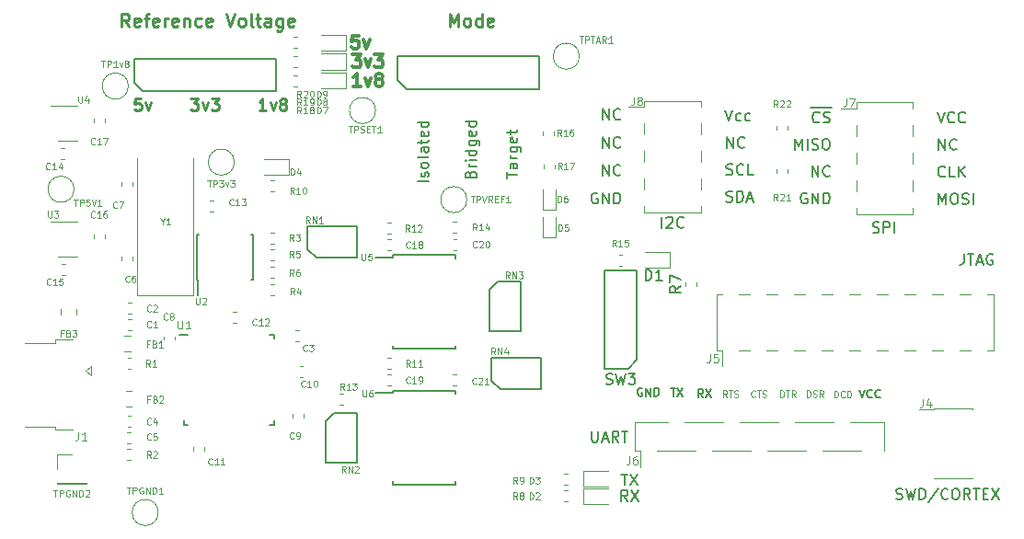
<source format=gbr>
G04 #@! TF.GenerationSoftware,KiCad,Pcbnew,5.1.6~rc1+dfsg1-1+b1*
G04 #@! TF.CreationDate,2020-05-08T22:32:15-07:00*
G04 #@! TF.ProjectId,board,626f6172-642e-46b6-9963-61645f706362,rev?*
G04 #@! TF.SameCoordinates,Original*
G04 #@! TF.FileFunction,Legend,Top*
G04 #@! TF.FilePolarity,Positive*
%FSLAX46Y46*%
G04 Gerber Fmt 4.6, Leading zero omitted, Abs format (unit mm)*
G04 Created by KiCad (PCBNEW 5.1.6~rc1+dfsg1-1+b1) date 2020-05-08 22:32:15*
%MOMM*%
%LPD*%
G01*
G04 APERTURE LIST*
%ADD10C,0.250000*%
%ADD11C,0.150000*%
%ADD12C,0.300000*%
%ADD13C,0.200000*%
%ADD14C,0.110000*%
%ADD15C,0.120000*%
G04 APERTURE END LIST*
D10*
X127000000Y-80292857D02*
X127000000Y-79092857D01*
X127400000Y-79950000D01*
X127800000Y-79092857D01*
X127800000Y-80292857D01*
X128542857Y-80292857D02*
X128428571Y-80235714D01*
X128371428Y-80178571D01*
X128314285Y-80064285D01*
X128314285Y-79721428D01*
X128371428Y-79607142D01*
X128428571Y-79550000D01*
X128542857Y-79492857D01*
X128714285Y-79492857D01*
X128828571Y-79550000D01*
X128885714Y-79607142D01*
X128942857Y-79721428D01*
X128942857Y-80064285D01*
X128885714Y-80178571D01*
X128828571Y-80235714D01*
X128714285Y-80292857D01*
X128542857Y-80292857D01*
X129971428Y-80292857D02*
X129971428Y-79092857D01*
X129971428Y-80235714D02*
X129857142Y-80292857D01*
X129628571Y-80292857D01*
X129514285Y-80235714D01*
X129457142Y-80178571D01*
X129400000Y-80064285D01*
X129400000Y-79721428D01*
X129457142Y-79607142D01*
X129514285Y-79550000D01*
X129628571Y-79492857D01*
X129857142Y-79492857D01*
X129971428Y-79550000D01*
X131000000Y-80235714D02*
X130885714Y-80292857D01*
X130657142Y-80292857D01*
X130542857Y-80235714D01*
X130485714Y-80121428D01*
X130485714Y-79664285D01*
X130542857Y-79550000D01*
X130657142Y-79492857D01*
X130885714Y-79492857D01*
X131000000Y-79550000D01*
X131057142Y-79664285D01*
X131057142Y-79778571D01*
X130485714Y-79892857D01*
D11*
X125052380Y-94538095D02*
X124052380Y-94538095D01*
X125004761Y-94109523D02*
X125052380Y-94014285D01*
X125052380Y-93823809D01*
X125004761Y-93728571D01*
X124909523Y-93680952D01*
X124861904Y-93680952D01*
X124766666Y-93728571D01*
X124719047Y-93823809D01*
X124719047Y-93966666D01*
X124671428Y-94061904D01*
X124576190Y-94109523D01*
X124528571Y-94109523D01*
X124433333Y-94061904D01*
X124385714Y-93966666D01*
X124385714Y-93823809D01*
X124433333Y-93728571D01*
X125052380Y-93109523D02*
X125004761Y-93204761D01*
X124957142Y-93252380D01*
X124861904Y-93300000D01*
X124576190Y-93300000D01*
X124480952Y-93252380D01*
X124433333Y-93204761D01*
X124385714Y-93109523D01*
X124385714Y-92966666D01*
X124433333Y-92871428D01*
X124480952Y-92823809D01*
X124576190Y-92776190D01*
X124861904Y-92776190D01*
X124957142Y-92823809D01*
X125004761Y-92871428D01*
X125052380Y-92966666D01*
X125052380Y-93109523D01*
X125052380Y-92204761D02*
X125004761Y-92300000D01*
X124909523Y-92347619D01*
X124052380Y-92347619D01*
X125052380Y-91395238D02*
X124528571Y-91395238D01*
X124433333Y-91442857D01*
X124385714Y-91538095D01*
X124385714Y-91728571D01*
X124433333Y-91823809D01*
X125004761Y-91395238D02*
X125052380Y-91490476D01*
X125052380Y-91728571D01*
X125004761Y-91823809D01*
X124909523Y-91871428D01*
X124814285Y-91871428D01*
X124719047Y-91823809D01*
X124671428Y-91728571D01*
X124671428Y-91490476D01*
X124623809Y-91395238D01*
X124385714Y-91061904D02*
X124385714Y-90680952D01*
X124052380Y-90919047D02*
X124909523Y-90919047D01*
X125004761Y-90871428D01*
X125052380Y-90776190D01*
X125052380Y-90680952D01*
X125004761Y-89966666D02*
X125052380Y-90061904D01*
X125052380Y-90252380D01*
X125004761Y-90347619D01*
X124909523Y-90395238D01*
X124528571Y-90395238D01*
X124433333Y-90347619D01*
X124385714Y-90252380D01*
X124385714Y-90061904D01*
X124433333Y-89966666D01*
X124528571Y-89919047D01*
X124623809Y-89919047D01*
X124719047Y-90395238D01*
X125052380Y-89061904D02*
X124052380Y-89061904D01*
X125004761Y-89061904D02*
X125052380Y-89157142D01*
X125052380Y-89347619D01*
X125004761Y-89442857D01*
X124957142Y-89490476D01*
X124861904Y-89538095D01*
X124576190Y-89538095D01*
X124480952Y-89490476D01*
X124433333Y-89442857D01*
X124385714Y-89347619D01*
X124385714Y-89157142D01*
X124433333Y-89061904D01*
X128928571Y-93861904D02*
X128976190Y-93719047D01*
X129023809Y-93671428D01*
X129119047Y-93623809D01*
X129261904Y-93623809D01*
X129357142Y-93671428D01*
X129404761Y-93719047D01*
X129452380Y-93814285D01*
X129452380Y-94195238D01*
X128452380Y-94195238D01*
X128452380Y-93861904D01*
X128500000Y-93766666D01*
X128547619Y-93719047D01*
X128642857Y-93671428D01*
X128738095Y-93671428D01*
X128833333Y-93719047D01*
X128880952Y-93766666D01*
X128928571Y-93861904D01*
X128928571Y-94195238D01*
X129452380Y-93195238D02*
X128785714Y-93195238D01*
X128976190Y-93195238D02*
X128880952Y-93147619D01*
X128833333Y-93100000D01*
X128785714Y-93004761D01*
X128785714Y-92909523D01*
X129452380Y-92576190D02*
X128785714Y-92576190D01*
X128452380Y-92576190D02*
X128500000Y-92623809D01*
X128547619Y-92576190D01*
X128500000Y-92528571D01*
X128452380Y-92576190D01*
X128547619Y-92576190D01*
X129452380Y-91671428D02*
X128452380Y-91671428D01*
X129404761Y-91671428D02*
X129452380Y-91766666D01*
X129452380Y-91957142D01*
X129404761Y-92052380D01*
X129357142Y-92100000D01*
X129261904Y-92147619D01*
X128976190Y-92147619D01*
X128880952Y-92100000D01*
X128833333Y-92052380D01*
X128785714Y-91957142D01*
X128785714Y-91766666D01*
X128833333Y-91671428D01*
X128785714Y-90766666D02*
X129595238Y-90766666D01*
X129690476Y-90814285D01*
X129738095Y-90861904D01*
X129785714Y-90957142D01*
X129785714Y-91100000D01*
X129738095Y-91195238D01*
X129404761Y-90766666D02*
X129452380Y-90861904D01*
X129452380Y-91052380D01*
X129404761Y-91147619D01*
X129357142Y-91195238D01*
X129261904Y-91242857D01*
X128976190Y-91242857D01*
X128880952Y-91195238D01*
X128833333Y-91147619D01*
X128785714Y-91052380D01*
X128785714Y-90861904D01*
X128833333Y-90766666D01*
X129404761Y-89909523D02*
X129452380Y-90004761D01*
X129452380Y-90195238D01*
X129404761Y-90290476D01*
X129309523Y-90338095D01*
X128928571Y-90338095D01*
X128833333Y-90290476D01*
X128785714Y-90195238D01*
X128785714Y-90004761D01*
X128833333Y-89909523D01*
X128928571Y-89861904D01*
X129023809Y-89861904D01*
X129119047Y-90338095D01*
X129452380Y-89004761D02*
X128452380Y-89004761D01*
X129404761Y-89004761D02*
X129452380Y-89100000D01*
X129452380Y-89290476D01*
X129404761Y-89385714D01*
X129357142Y-89433333D01*
X129261904Y-89480952D01*
X128976190Y-89480952D01*
X128880952Y-89433333D01*
X128833333Y-89385714D01*
X128785714Y-89290476D01*
X128785714Y-89100000D01*
X128833333Y-89004761D01*
X132252380Y-94214285D02*
X132252380Y-93642857D01*
X133252380Y-93928571D02*
X132252380Y-93928571D01*
X133252380Y-92880952D02*
X132728571Y-92880952D01*
X132633333Y-92928571D01*
X132585714Y-93023809D01*
X132585714Y-93214285D01*
X132633333Y-93309523D01*
X133204761Y-92880952D02*
X133252380Y-92976190D01*
X133252380Y-93214285D01*
X133204761Y-93309523D01*
X133109523Y-93357142D01*
X133014285Y-93357142D01*
X132919047Y-93309523D01*
X132871428Y-93214285D01*
X132871428Y-92976190D01*
X132823809Y-92880952D01*
X133252380Y-92404761D02*
X132585714Y-92404761D01*
X132776190Y-92404761D02*
X132680952Y-92357142D01*
X132633333Y-92309523D01*
X132585714Y-92214285D01*
X132585714Y-92119047D01*
X132585714Y-91357142D02*
X133395238Y-91357142D01*
X133490476Y-91404761D01*
X133538095Y-91452380D01*
X133585714Y-91547619D01*
X133585714Y-91690476D01*
X133538095Y-91785714D01*
X133204761Y-91357142D02*
X133252380Y-91452380D01*
X133252380Y-91642857D01*
X133204761Y-91738095D01*
X133157142Y-91785714D01*
X133061904Y-91833333D01*
X132776190Y-91833333D01*
X132680952Y-91785714D01*
X132633333Y-91738095D01*
X132585714Y-91642857D01*
X132585714Y-91452380D01*
X132633333Y-91357142D01*
X133204761Y-90500000D02*
X133252380Y-90595238D01*
X133252380Y-90785714D01*
X133204761Y-90880952D01*
X133109523Y-90928571D01*
X132728571Y-90928571D01*
X132633333Y-90880952D01*
X132585714Y-90785714D01*
X132585714Y-90595238D01*
X132633333Y-90500000D01*
X132728571Y-90452380D01*
X132823809Y-90452380D01*
X132919047Y-90928571D01*
X132585714Y-90166666D02*
X132585714Y-89785714D01*
X132252380Y-90023809D02*
X133109523Y-90023809D01*
X133204761Y-89976190D01*
X133252380Y-89880952D01*
X133252380Y-89785714D01*
D10*
X110121428Y-87997619D02*
X109492857Y-87997619D01*
X109807142Y-87997619D02*
X109807142Y-86897619D01*
X109702380Y-87054761D01*
X109597619Y-87159523D01*
X109492857Y-87211904D01*
X110488095Y-87264285D02*
X110750000Y-87997619D01*
X111011904Y-87264285D01*
X111588095Y-87369047D02*
X111483333Y-87316666D01*
X111430952Y-87264285D01*
X111378571Y-87159523D01*
X111378571Y-87107142D01*
X111430952Y-87002380D01*
X111483333Y-86950000D01*
X111588095Y-86897619D01*
X111797619Y-86897619D01*
X111902380Y-86950000D01*
X111954761Y-87002380D01*
X112007142Y-87107142D01*
X112007142Y-87159523D01*
X111954761Y-87264285D01*
X111902380Y-87316666D01*
X111797619Y-87369047D01*
X111588095Y-87369047D01*
X111483333Y-87421428D01*
X111430952Y-87473809D01*
X111378571Y-87578571D01*
X111378571Y-87788095D01*
X111430952Y-87892857D01*
X111483333Y-87945238D01*
X111588095Y-87997619D01*
X111797619Y-87997619D01*
X111902380Y-87945238D01*
X111954761Y-87892857D01*
X112007142Y-87788095D01*
X112007142Y-87578571D01*
X111954761Y-87473809D01*
X111902380Y-87421428D01*
X111797619Y-87369047D01*
X103190476Y-86897619D02*
X103871428Y-86897619D01*
X103504761Y-87316666D01*
X103661904Y-87316666D01*
X103766666Y-87369047D01*
X103819047Y-87421428D01*
X103871428Y-87526190D01*
X103871428Y-87788095D01*
X103819047Y-87892857D01*
X103766666Y-87945238D01*
X103661904Y-87997619D01*
X103347619Y-87997619D01*
X103242857Y-87945238D01*
X103190476Y-87892857D01*
X104238095Y-87264285D02*
X104500000Y-87997619D01*
X104761904Y-87264285D01*
X105076190Y-86897619D02*
X105757142Y-86897619D01*
X105390476Y-87316666D01*
X105547619Y-87316666D01*
X105652380Y-87369047D01*
X105704761Y-87421428D01*
X105757142Y-87526190D01*
X105757142Y-87788095D01*
X105704761Y-87892857D01*
X105652380Y-87945238D01*
X105547619Y-87997619D01*
X105233333Y-87997619D01*
X105128571Y-87945238D01*
X105076190Y-87892857D01*
X98592857Y-86897619D02*
X98069047Y-86897619D01*
X98016666Y-87421428D01*
X98069047Y-87369047D01*
X98173809Y-87316666D01*
X98435714Y-87316666D01*
X98540476Y-87369047D01*
X98592857Y-87421428D01*
X98645238Y-87526190D01*
X98645238Y-87788095D01*
X98592857Y-87892857D01*
X98540476Y-87945238D01*
X98435714Y-87997619D01*
X98173809Y-87997619D01*
X98069047Y-87945238D01*
X98016666Y-87892857D01*
X99011904Y-87264285D02*
X99273809Y-87997619D01*
X99535714Y-87264285D01*
X97521428Y-80292857D02*
X97121428Y-79721428D01*
X96835714Y-80292857D02*
X96835714Y-79092857D01*
X97292857Y-79092857D01*
X97407142Y-79150000D01*
X97464285Y-79207142D01*
X97521428Y-79321428D01*
X97521428Y-79492857D01*
X97464285Y-79607142D01*
X97407142Y-79664285D01*
X97292857Y-79721428D01*
X96835714Y-79721428D01*
X98492857Y-80235714D02*
X98378571Y-80292857D01*
X98150000Y-80292857D01*
X98035714Y-80235714D01*
X97978571Y-80121428D01*
X97978571Y-79664285D01*
X98035714Y-79550000D01*
X98150000Y-79492857D01*
X98378571Y-79492857D01*
X98492857Y-79550000D01*
X98550000Y-79664285D01*
X98550000Y-79778571D01*
X97978571Y-79892857D01*
X98892857Y-79492857D02*
X99350000Y-79492857D01*
X99064285Y-80292857D02*
X99064285Y-79264285D01*
X99121428Y-79150000D01*
X99235714Y-79092857D01*
X99350000Y-79092857D01*
X100207142Y-80235714D02*
X100092857Y-80292857D01*
X99864285Y-80292857D01*
X99750000Y-80235714D01*
X99692857Y-80121428D01*
X99692857Y-79664285D01*
X99750000Y-79550000D01*
X99864285Y-79492857D01*
X100092857Y-79492857D01*
X100207142Y-79550000D01*
X100264285Y-79664285D01*
X100264285Y-79778571D01*
X99692857Y-79892857D01*
X100778571Y-80292857D02*
X100778571Y-79492857D01*
X100778571Y-79721428D02*
X100835714Y-79607142D01*
X100892857Y-79550000D01*
X101007142Y-79492857D01*
X101121428Y-79492857D01*
X101978571Y-80235714D02*
X101864285Y-80292857D01*
X101635714Y-80292857D01*
X101521428Y-80235714D01*
X101464285Y-80121428D01*
X101464285Y-79664285D01*
X101521428Y-79550000D01*
X101635714Y-79492857D01*
X101864285Y-79492857D01*
X101978571Y-79550000D01*
X102035714Y-79664285D01*
X102035714Y-79778571D01*
X101464285Y-79892857D01*
X102550000Y-79492857D02*
X102550000Y-80292857D01*
X102550000Y-79607142D02*
X102607142Y-79550000D01*
X102721428Y-79492857D01*
X102892857Y-79492857D01*
X103007142Y-79550000D01*
X103064285Y-79664285D01*
X103064285Y-80292857D01*
X104150000Y-80235714D02*
X104035714Y-80292857D01*
X103807142Y-80292857D01*
X103692857Y-80235714D01*
X103635714Y-80178571D01*
X103578571Y-80064285D01*
X103578571Y-79721428D01*
X103635714Y-79607142D01*
X103692857Y-79550000D01*
X103807142Y-79492857D01*
X104035714Y-79492857D01*
X104150000Y-79550000D01*
X105121428Y-80235714D02*
X105007142Y-80292857D01*
X104778571Y-80292857D01*
X104664285Y-80235714D01*
X104607142Y-80121428D01*
X104607142Y-79664285D01*
X104664285Y-79550000D01*
X104778571Y-79492857D01*
X105007142Y-79492857D01*
X105121428Y-79550000D01*
X105178571Y-79664285D01*
X105178571Y-79778571D01*
X104607142Y-79892857D01*
X106435714Y-79092857D02*
X106835714Y-80292857D01*
X107235714Y-79092857D01*
X107807142Y-80292857D02*
X107692857Y-80235714D01*
X107635714Y-80178571D01*
X107578571Y-80064285D01*
X107578571Y-79721428D01*
X107635714Y-79607142D01*
X107692857Y-79550000D01*
X107807142Y-79492857D01*
X107978571Y-79492857D01*
X108092857Y-79550000D01*
X108150000Y-79607142D01*
X108207142Y-79721428D01*
X108207142Y-80064285D01*
X108150000Y-80178571D01*
X108092857Y-80235714D01*
X107978571Y-80292857D01*
X107807142Y-80292857D01*
X108892857Y-80292857D02*
X108778571Y-80235714D01*
X108721428Y-80121428D01*
X108721428Y-79092857D01*
X109178571Y-79492857D02*
X109635714Y-79492857D01*
X109350000Y-79092857D02*
X109350000Y-80121428D01*
X109407142Y-80235714D01*
X109521428Y-80292857D01*
X109635714Y-80292857D01*
X110550000Y-80292857D02*
X110550000Y-79664285D01*
X110492857Y-79550000D01*
X110378571Y-79492857D01*
X110150000Y-79492857D01*
X110035714Y-79550000D01*
X110550000Y-80235714D02*
X110435714Y-80292857D01*
X110150000Y-80292857D01*
X110035714Y-80235714D01*
X109978571Y-80121428D01*
X109978571Y-80007142D01*
X110035714Y-79892857D01*
X110150000Y-79835714D01*
X110435714Y-79835714D01*
X110550000Y-79778571D01*
X111635714Y-79492857D02*
X111635714Y-80464285D01*
X111578571Y-80578571D01*
X111521428Y-80635714D01*
X111407142Y-80692857D01*
X111235714Y-80692857D01*
X111121428Y-80635714D01*
X111635714Y-80235714D02*
X111521428Y-80292857D01*
X111292857Y-80292857D01*
X111178571Y-80235714D01*
X111121428Y-80178571D01*
X111064285Y-80064285D01*
X111064285Y-79721428D01*
X111121428Y-79607142D01*
X111178571Y-79550000D01*
X111292857Y-79492857D01*
X111521428Y-79492857D01*
X111635714Y-79550000D01*
X112664285Y-80235714D02*
X112550000Y-80292857D01*
X112321428Y-80292857D01*
X112207142Y-80235714D01*
X112150000Y-80121428D01*
X112150000Y-79664285D01*
X112207142Y-79550000D01*
X112321428Y-79492857D01*
X112550000Y-79492857D01*
X112664285Y-79550000D01*
X112721428Y-79664285D01*
X112721428Y-79778571D01*
X112150000Y-79892857D01*
D12*
X118814285Y-85792857D02*
X118128571Y-85792857D01*
X118471428Y-85792857D02*
X118471428Y-84592857D01*
X118357142Y-84764285D01*
X118242857Y-84878571D01*
X118128571Y-84935714D01*
X119214285Y-84992857D02*
X119500000Y-85792857D01*
X119785714Y-84992857D01*
X120414285Y-85107142D02*
X120300000Y-85050000D01*
X120242857Y-84992857D01*
X120185714Y-84878571D01*
X120185714Y-84821428D01*
X120242857Y-84707142D01*
X120300000Y-84650000D01*
X120414285Y-84592857D01*
X120642857Y-84592857D01*
X120757142Y-84650000D01*
X120814285Y-84707142D01*
X120871428Y-84821428D01*
X120871428Y-84878571D01*
X120814285Y-84992857D01*
X120757142Y-85050000D01*
X120642857Y-85107142D01*
X120414285Y-85107142D01*
X120300000Y-85164285D01*
X120242857Y-85221428D01*
X120185714Y-85335714D01*
X120185714Y-85564285D01*
X120242857Y-85678571D01*
X120300000Y-85735714D01*
X120414285Y-85792857D01*
X120642857Y-85792857D01*
X120757142Y-85735714D01*
X120814285Y-85678571D01*
X120871428Y-85564285D01*
X120871428Y-85335714D01*
X120814285Y-85221428D01*
X120757142Y-85164285D01*
X120642857Y-85107142D01*
X118071428Y-82842857D02*
X118814285Y-82842857D01*
X118414285Y-83300000D01*
X118585714Y-83300000D01*
X118700000Y-83357142D01*
X118757142Y-83414285D01*
X118814285Y-83528571D01*
X118814285Y-83814285D01*
X118757142Y-83928571D01*
X118700000Y-83985714D01*
X118585714Y-84042857D01*
X118242857Y-84042857D01*
X118128571Y-83985714D01*
X118071428Y-83928571D01*
X119214285Y-83242857D02*
X119500000Y-84042857D01*
X119785714Y-83242857D01*
X120128571Y-82842857D02*
X120871428Y-82842857D01*
X120471428Y-83300000D01*
X120642857Y-83300000D01*
X120757142Y-83357142D01*
X120814285Y-83414285D01*
X120871428Y-83528571D01*
X120871428Y-83814285D01*
X120814285Y-83928571D01*
X120757142Y-83985714D01*
X120642857Y-84042857D01*
X120300000Y-84042857D01*
X120185714Y-83985714D01*
X120128571Y-83928571D01*
X118621428Y-81092857D02*
X118050000Y-81092857D01*
X117992857Y-81664285D01*
X118050000Y-81607142D01*
X118164285Y-81550000D01*
X118450000Y-81550000D01*
X118564285Y-81607142D01*
X118621428Y-81664285D01*
X118678571Y-81778571D01*
X118678571Y-82064285D01*
X118621428Y-82178571D01*
X118564285Y-82235714D01*
X118450000Y-82292857D01*
X118164285Y-82292857D01*
X118050000Y-82235714D01*
X117992857Y-82178571D01*
X119078571Y-81492857D02*
X119364285Y-82292857D01*
X119650000Y-81492857D01*
D13*
X146547009Y-98801180D02*
X146547009Y-97801180D01*
X146975580Y-97896419D02*
X147023200Y-97848800D01*
X147118438Y-97801180D01*
X147356533Y-97801180D01*
X147451771Y-97848800D01*
X147499390Y-97896419D01*
X147547009Y-97991657D01*
X147547009Y-98086895D01*
X147499390Y-98229752D01*
X146927961Y-98801180D01*
X147547009Y-98801180D01*
X148547009Y-98705942D02*
X148499390Y-98753561D01*
X148356533Y-98801180D01*
X148261295Y-98801180D01*
X148118438Y-98753561D01*
X148023200Y-98658323D01*
X147975580Y-98563085D01*
X147927961Y-98372609D01*
X147927961Y-98229752D01*
X147975580Y-98039276D01*
X148023200Y-97944038D01*
X148118438Y-97848800D01*
X148261295Y-97801180D01*
X148356533Y-97801180D01*
X148499390Y-97848800D01*
X148547009Y-97896419D01*
X165955790Y-99210761D02*
X166098647Y-99258380D01*
X166336742Y-99258380D01*
X166431980Y-99210761D01*
X166479600Y-99163142D01*
X166527219Y-99067904D01*
X166527219Y-98972666D01*
X166479600Y-98877428D01*
X166431980Y-98829809D01*
X166336742Y-98782190D01*
X166146266Y-98734571D01*
X166051028Y-98686952D01*
X166003409Y-98639333D01*
X165955790Y-98544095D01*
X165955790Y-98448857D01*
X166003409Y-98353619D01*
X166051028Y-98306000D01*
X166146266Y-98258380D01*
X166384361Y-98258380D01*
X166527219Y-98306000D01*
X166955790Y-99258380D02*
X166955790Y-98258380D01*
X167336742Y-98258380D01*
X167431980Y-98306000D01*
X167479600Y-98353619D01*
X167527219Y-98448857D01*
X167527219Y-98591714D01*
X167479600Y-98686952D01*
X167431980Y-98734571D01*
X167336742Y-98782190D01*
X166955790Y-98782190D01*
X167955790Y-99258380D02*
X167955790Y-98258380D01*
X174347333Y-101204780D02*
X174347333Y-101919066D01*
X174299714Y-102061923D01*
X174204476Y-102157161D01*
X174061619Y-102204780D01*
X173966380Y-102204780D01*
X174680666Y-101204780D02*
X175252095Y-101204780D01*
X174966380Y-102204780D02*
X174966380Y-101204780D01*
X175537809Y-101919066D02*
X176014000Y-101919066D01*
X175442571Y-102204780D02*
X175775904Y-101204780D01*
X176109238Y-102204780D01*
X176966380Y-101252400D02*
X176871142Y-101204780D01*
X176728285Y-101204780D01*
X176585428Y-101252400D01*
X176490190Y-101347638D01*
X176442571Y-101442876D01*
X176394952Y-101633352D01*
X176394952Y-101776209D01*
X176442571Y-101966685D01*
X176490190Y-102061923D01*
X176585428Y-102157161D01*
X176728285Y-102204780D01*
X176823523Y-102204780D01*
X176966380Y-102157161D01*
X177014000Y-102109542D01*
X177014000Y-101776209D01*
X176823523Y-101776209D01*
X168107314Y-123747161D02*
X168250171Y-123794780D01*
X168488266Y-123794780D01*
X168583504Y-123747161D01*
X168631123Y-123699542D01*
X168678742Y-123604304D01*
X168678742Y-123509066D01*
X168631123Y-123413828D01*
X168583504Y-123366209D01*
X168488266Y-123318590D01*
X168297790Y-123270971D01*
X168202552Y-123223352D01*
X168154933Y-123175733D01*
X168107314Y-123080495D01*
X168107314Y-122985257D01*
X168154933Y-122890019D01*
X168202552Y-122842400D01*
X168297790Y-122794780D01*
X168535885Y-122794780D01*
X168678742Y-122842400D01*
X169012076Y-122794780D02*
X169250171Y-123794780D01*
X169440647Y-123080495D01*
X169631123Y-123794780D01*
X169869219Y-122794780D01*
X170250171Y-123794780D02*
X170250171Y-122794780D01*
X170488266Y-122794780D01*
X170631123Y-122842400D01*
X170726361Y-122937638D01*
X170773980Y-123032876D01*
X170821600Y-123223352D01*
X170821600Y-123366209D01*
X170773980Y-123556685D01*
X170726361Y-123651923D01*
X170631123Y-123747161D01*
X170488266Y-123794780D01*
X170250171Y-123794780D01*
X171964457Y-122747161D02*
X171107314Y-124032876D01*
X172869219Y-123699542D02*
X172821600Y-123747161D01*
X172678742Y-123794780D01*
X172583504Y-123794780D01*
X172440647Y-123747161D01*
X172345409Y-123651923D01*
X172297790Y-123556685D01*
X172250171Y-123366209D01*
X172250171Y-123223352D01*
X172297790Y-123032876D01*
X172345409Y-122937638D01*
X172440647Y-122842400D01*
X172583504Y-122794780D01*
X172678742Y-122794780D01*
X172821600Y-122842400D01*
X172869219Y-122890019D01*
X173488266Y-122794780D02*
X173678742Y-122794780D01*
X173773980Y-122842400D01*
X173869219Y-122937638D01*
X173916838Y-123128114D01*
X173916838Y-123461447D01*
X173869219Y-123651923D01*
X173773980Y-123747161D01*
X173678742Y-123794780D01*
X173488266Y-123794780D01*
X173393028Y-123747161D01*
X173297790Y-123651923D01*
X173250171Y-123461447D01*
X173250171Y-123128114D01*
X173297790Y-122937638D01*
X173393028Y-122842400D01*
X173488266Y-122794780D01*
X174916838Y-123794780D02*
X174583504Y-123318590D01*
X174345409Y-123794780D02*
X174345409Y-122794780D01*
X174726361Y-122794780D01*
X174821600Y-122842400D01*
X174869219Y-122890019D01*
X174916838Y-122985257D01*
X174916838Y-123128114D01*
X174869219Y-123223352D01*
X174821600Y-123270971D01*
X174726361Y-123318590D01*
X174345409Y-123318590D01*
X175202552Y-122794780D02*
X175773980Y-122794780D01*
X175488266Y-123794780D02*
X175488266Y-122794780D01*
X176107314Y-123270971D02*
X176440647Y-123270971D01*
X176583504Y-123794780D02*
X176107314Y-123794780D01*
X176107314Y-122794780D01*
X176583504Y-122794780D01*
X176916838Y-122794780D02*
X177583504Y-123794780D01*
X177583504Y-122794780D02*
X176916838Y-123794780D01*
D11*
X164709600Y-113686085D02*
X164959600Y-114436085D01*
X165209600Y-113686085D01*
X165888171Y-114364657D02*
X165852457Y-114400371D01*
X165745314Y-114436085D01*
X165673885Y-114436085D01*
X165566742Y-114400371D01*
X165495314Y-114328942D01*
X165459600Y-114257514D01*
X165423885Y-114114657D01*
X165423885Y-114007514D01*
X165459600Y-113864657D01*
X165495314Y-113793228D01*
X165566742Y-113721800D01*
X165673885Y-113686085D01*
X165745314Y-113686085D01*
X165852457Y-113721800D01*
X165888171Y-113757514D01*
X166638171Y-114364657D02*
X166602457Y-114400371D01*
X166495314Y-114436085D01*
X166423885Y-114436085D01*
X166316742Y-114400371D01*
X166245314Y-114328942D01*
X166209600Y-114257514D01*
X166173885Y-114114657D01*
X166173885Y-114007514D01*
X166209600Y-113864657D01*
X166245314Y-113793228D01*
X166316742Y-113721800D01*
X166423885Y-113686085D01*
X166495314Y-113686085D01*
X166602457Y-113721800D01*
X166638171Y-113757514D01*
D14*
X162412457Y-114419028D02*
X162412457Y-113819028D01*
X162555314Y-113819028D01*
X162641028Y-113847600D01*
X162698171Y-113904742D01*
X162726742Y-113961885D01*
X162755314Y-114076171D01*
X162755314Y-114161885D01*
X162726742Y-114276171D01*
X162698171Y-114333314D01*
X162641028Y-114390457D01*
X162555314Y-114419028D01*
X162412457Y-114419028D01*
X163355314Y-114361885D02*
X163326742Y-114390457D01*
X163241028Y-114419028D01*
X163183885Y-114419028D01*
X163098171Y-114390457D01*
X163041028Y-114333314D01*
X163012457Y-114276171D01*
X162983885Y-114161885D01*
X162983885Y-114076171D01*
X163012457Y-113961885D01*
X163041028Y-113904742D01*
X163098171Y-113847600D01*
X163183885Y-113819028D01*
X163241028Y-113819028D01*
X163326742Y-113847600D01*
X163355314Y-113876171D01*
X163612457Y-114419028D02*
X163612457Y-113819028D01*
X163755314Y-113819028D01*
X163841028Y-113847600D01*
X163898171Y-113904742D01*
X163926742Y-113961885D01*
X163955314Y-114076171D01*
X163955314Y-114161885D01*
X163926742Y-114276171D01*
X163898171Y-114333314D01*
X163841028Y-114390457D01*
X163755314Y-114419028D01*
X163612457Y-114419028D01*
X159886742Y-114368228D02*
X159886742Y-113768228D01*
X160029600Y-113768228D01*
X160115314Y-113796800D01*
X160172457Y-113853942D01*
X160201028Y-113911085D01*
X160229600Y-114025371D01*
X160229600Y-114111085D01*
X160201028Y-114225371D01*
X160172457Y-114282514D01*
X160115314Y-114339657D01*
X160029600Y-114368228D01*
X159886742Y-114368228D01*
X160458171Y-114339657D02*
X160543885Y-114368228D01*
X160686742Y-114368228D01*
X160743885Y-114339657D01*
X160772457Y-114311085D01*
X160801028Y-114253942D01*
X160801028Y-114196800D01*
X160772457Y-114139657D01*
X160743885Y-114111085D01*
X160686742Y-114082514D01*
X160572457Y-114053942D01*
X160515314Y-114025371D01*
X160486742Y-113996800D01*
X160458171Y-113939657D01*
X160458171Y-113882514D01*
X160486742Y-113825371D01*
X160515314Y-113796800D01*
X160572457Y-113768228D01*
X160715314Y-113768228D01*
X160801028Y-113796800D01*
X161401028Y-114368228D02*
X161201028Y-114082514D01*
X161058171Y-114368228D02*
X161058171Y-113768228D01*
X161286742Y-113768228D01*
X161343885Y-113796800D01*
X161372457Y-113825371D01*
X161401028Y-113882514D01*
X161401028Y-113968228D01*
X161372457Y-114025371D01*
X161343885Y-114053942D01*
X161286742Y-114082514D01*
X161058171Y-114082514D01*
X157454685Y-114368228D02*
X157454685Y-113768228D01*
X157597542Y-113768228D01*
X157683257Y-113796800D01*
X157740400Y-113853942D01*
X157768971Y-113911085D01*
X157797542Y-114025371D01*
X157797542Y-114111085D01*
X157768971Y-114225371D01*
X157740400Y-114282514D01*
X157683257Y-114339657D01*
X157597542Y-114368228D01*
X157454685Y-114368228D01*
X157968971Y-113768228D02*
X158311828Y-113768228D01*
X158140400Y-114368228D02*
X158140400Y-113768228D01*
X158854685Y-114368228D02*
X158654685Y-114082514D01*
X158511828Y-114368228D02*
X158511828Y-113768228D01*
X158740400Y-113768228D01*
X158797542Y-113796800D01*
X158826114Y-113825371D01*
X158854685Y-113882514D01*
X158854685Y-113968228D01*
X158826114Y-114025371D01*
X158797542Y-114053942D01*
X158740400Y-114082514D01*
X158511828Y-114082514D01*
X155119428Y-114311085D02*
X155090857Y-114339657D01*
X155005142Y-114368228D01*
X154948000Y-114368228D01*
X154862285Y-114339657D01*
X154805142Y-114282514D01*
X154776571Y-114225371D01*
X154748000Y-114111085D01*
X154748000Y-114025371D01*
X154776571Y-113911085D01*
X154805142Y-113853942D01*
X154862285Y-113796800D01*
X154948000Y-113768228D01*
X155005142Y-113768228D01*
X155090857Y-113796800D01*
X155119428Y-113825371D01*
X155290857Y-113768228D02*
X155633714Y-113768228D01*
X155462285Y-114368228D02*
X155462285Y-113768228D01*
X155805142Y-114339657D02*
X155890857Y-114368228D01*
X156033714Y-114368228D01*
X156090857Y-114339657D01*
X156119428Y-114311085D01*
X156148000Y-114253942D01*
X156148000Y-114196800D01*
X156119428Y-114139657D01*
X156090857Y-114111085D01*
X156033714Y-114082514D01*
X155919428Y-114053942D01*
X155862285Y-114025371D01*
X155833714Y-113996800D01*
X155805142Y-113939657D01*
X155805142Y-113882514D01*
X155833714Y-113825371D01*
X155862285Y-113796800D01*
X155919428Y-113768228D01*
X156062285Y-113768228D01*
X156148000Y-113796800D01*
X152528628Y-114368228D02*
X152328628Y-114082514D01*
X152185771Y-114368228D02*
X152185771Y-113768228D01*
X152414342Y-113768228D01*
X152471485Y-113796800D01*
X152500057Y-113825371D01*
X152528628Y-113882514D01*
X152528628Y-113968228D01*
X152500057Y-114025371D01*
X152471485Y-114053942D01*
X152414342Y-114082514D01*
X152185771Y-114082514D01*
X152700057Y-113768228D02*
X153042914Y-113768228D01*
X152871485Y-114368228D02*
X152871485Y-113768228D01*
X153214342Y-114339657D02*
X153300057Y-114368228D01*
X153442914Y-114368228D01*
X153500057Y-114339657D01*
X153528628Y-114311085D01*
X153557200Y-114253942D01*
X153557200Y-114196800D01*
X153528628Y-114139657D01*
X153500057Y-114111085D01*
X153442914Y-114082514D01*
X153328628Y-114053942D01*
X153271485Y-114025371D01*
X153242914Y-113996800D01*
X153214342Y-113939657D01*
X153214342Y-113882514D01*
X153242914Y-113825371D01*
X153271485Y-113796800D01*
X153328628Y-113768228D01*
X153471485Y-113768228D01*
X153557200Y-113796800D01*
D11*
X150344600Y-114385285D02*
X150094600Y-114028142D01*
X149916028Y-114385285D02*
X149916028Y-113635285D01*
X150201742Y-113635285D01*
X150273171Y-113671000D01*
X150308885Y-113706714D01*
X150344600Y-113778142D01*
X150344600Y-113885285D01*
X150308885Y-113956714D01*
X150273171Y-113992428D01*
X150201742Y-114028142D01*
X149916028Y-114028142D01*
X150594600Y-113635285D02*
X151094600Y-114385285D01*
X151094600Y-113635285D02*
X150594600Y-114385285D01*
X147358171Y-113584485D02*
X147786742Y-113584485D01*
X147572457Y-114334485D02*
X147572457Y-113584485D01*
X147965314Y-113584485D02*
X148465314Y-114334485D01*
X148465314Y-113584485D02*
X147965314Y-114334485D01*
X144716571Y-113569400D02*
X144645142Y-113533685D01*
X144538000Y-113533685D01*
X144430857Y-113569400D01*
X144359428Y-113640828D01*
X144323714Y-113712257D01*
X144288000Y-113855114D01*
X144288000Y-113962257D01*
X144323714Y-114105114D01*
X144359428Y-114176542D01*
X144430857Y-114247971D01*
X144538000Y-114283685D01*
X144609428Y-114283685D01*
X144716571Y-114247971D01*
X144752285Y-114212257D01*
X144752285Y-113962257D01*
X144609428Y-113962257D01*
X145073714Y-114283685D02*
X145073714Y-113533685D01*
X145502285Y-114283685D01*
X145502285Y-113533685D01*
X145859428Y-114283685D02*
X145859428Y-113533685D01*
X146038000Y-113533685D01*
X146145142Y-113569400D01*
X146216571Y-113640828D01*
X146252285Y-113712257D01*
X146288000Y-113855114D01*
X146288000Y-113962257D01*
X146252285Y-114105114D01*
X146216571Y-114176542D01*
X146145142Y-114247971D01*
X146038000Y-114283685D01*
X145859428Y-114283685D01*
D13*
X140085961Y-117511580D02*
X140085961Y-118321104D01*
X140133580Y-118416342D01*
X140181200Y-118463961D01*
X140276438Y-118511580D01*
X140466914Y-118511580D01*
X140562152Y-118463961D01*
X140609771Y-118416342D01*
X140657390Y-118321104D01*
X140657390Y-117511580D01*
X141085961Y-118225866D02*
X141562152Y-118225866D01*
X140990723Y-118511580D02*
X141324057Y-117511580D01*
X141657390Y-118511580D01*
X142562152Y-118511580D02*
X142228819Y-118035390D01*
X141990723Y-118511580D02*
X141990723Y-117511580D01*
X142371676Y-117511580D01*
X142466914Y-117559200D01*
X142514533Y-117606819D01*
X142562152Y-117702057D01*
X142562152Y-117844914D01*
X142514533Y-117940152D01*
X142466914Y-117987771D01*
X142371676Y-118035390D01*
X141990723Y-118035390D01*
X142847866Y-117511580D02*
X143419295Y-117511580D01*
X143133580Y-118511580D02*
X143133580Y-117511580D01*
X143394133Y-123947180D02*
X143060800Y-123470990D01*
X142822704Y-123947180D02*
X142822704Y-122947180D01*
X143203657Y-122947180D01*
X143298895Y-122994800D01*
X143346514Y-123042419D01*
X143394133Y-123137657D01*
X143394133Y-123280514D01*
X143346514Y-123375752D01*
X143298895Y-123423371D01*
X143203657Y-123470990D01*
X142822704Y-123470990D01*
X143727466Y-122947180D02*
X144394133Y-123947180D01*
X144394133Y-122947180D02*
X143727466Y-123947180D01*
X142798895Y-121473980D02*
X143370323Y-121473980D01*
X143084609Y-122473980D02*
X143084609Y-121473980D01*
X143608419Y-121473980D02*
X144275085Y-122473980D01*
X144275085Y-121473980D02*
X143608419Y-122473980D01*
D11*
X172035886Y-96616780D02*
X172035886Y-95616780D01*
X172369219Y-96331066D01*
X172702553Y-95616780D01*
X172702553Y-96616780D01*
X173369219Y-95616780D02*
X173559695Y-95616780D01*
X173654934Y-95664400D01*
X173750172Y-95759638D01*
X173797791Y-95950114D01*
X173797791Y-96283447D01*
X173750172Y-96473923D01*
X173654934Y-96569161D01*
X173559695Y-96616780D01*
X173369219Y-96616780D01*
X173273981Y-96569161D01*
X173178743Y-96473923D01*
X173131124Y-96283447D01*
X173131124Y-95950114D01*
X173178743Y-95759638D01*
X173273981Y-95664400D01*
X173369219Y-95616780D01*
X174178743Y-96569161D02*
X174321600Y-96616780D01*
X174559695Y-96616780D01*
X174654934Y-96569161D01*
X174702553Y-96521542D01*
X174750172Y-96426304D01*
X174750172Y-96331066D01*
X174702553Y-96235828D01*
X174654934Y-96188209D01*
X174559695Y-96140590D01*
X174369219Y-96092971D01*
X174273981Y-96045352D01*
X174226362Y-95997733D01*
X174178743Y-95902495D01*
X174178743Y-95807257D01*
X174226362Y-95712019D01*
X174273981Y-95664400D01*
X174369219Y-95616780D01*
X174607315Y-95616780D01*
X174750172Y-95664400D01*
X175178743Y-96616780D02*
X175178743Y-95616780D01*
X172607314Y-94023874D02*
X172559695Y-94071493D01*
X172416838Y-94119112D01*
X172321600Y-94119112D01*
X172178743Y-94071493D01*
X172083505Y-93976255D01*
X172035886Y-93881017D01*
X171988267Y-93690541D01*
X171988267Y-93547684D01*
X172035886Y-93357208D01*
X172083505Y-93261970D01*
X172178743Y-93166732D01*
X172321600Y-93119112D01*
X172416838Y-93119112D01*
X172559695Y-93166732D01*
X172607314Y-93214351D01*
X173512076Y-94119112D02*
X173035886Y-94119112D01*
X173035886Y-93119112D01*
X173845410Y-94119112D02*
X173845410Y-93119112D01*
X174416838Y-94119112D02*
X173988267Y-93547684D01*
X174416838Y-93119112D02*
X173845410Y-93690541D01*
X172035885Y-91621446D02*
X172035885Y-90621446D01*
X172607314Y-91621446D01*
X172607314Y-90621446D01*
X173654933Y-91526208D02*
X173607314Y-91573827D01*
X173464457Y-91621446D01*
X173369219Y-91621446D01*
X173226361Y-91573827D01*
X173131123Y-91478589D01*
X173083504Y-91383351D01*
X173035885Y-91192875D01*
X173035885Y-91050018D01*
X173083504Y-90859542D01*
X173131123Y-90764304D01*
X173226361Y-90669066D01*
X173369219Y-90621446D01*
X173464457Y-90621446D01*
X173607314Y-90669066D01*
X173654933Y-90716685D01*
X171893028Y-88123780D02*
X172226362Y-89123780D01*
X172559695Y-88123780D01*
X173464457Y-89028542D02*
X173416838Y-89076161D01*
X173273981Y-89123780D01*
X173178742Y-89123780D01*
X173035885Y-89076161D01*
X172940647Y-88980923D01*
X172893028Y-88885685D01*
X172845409Y-88695209D01*
X172845409Y-88552352D01*
X172893028Y-88361876D01*
X172940647Y-88266638D01*
X173035885Y-88171400D01*
X173178742Y-88123780D01*
X173273981Y-88123780D01*
X173416838Y-88171400D01*
X173464457Y-88219019D01*
X174464457Y-89028542D02*
X174416838Y-89076161D01*
X174273981Y-89123780D01*
X174178742Y-89123780D01*
X174035885Y-89076161D01*
X173940647Y-88980923D01*
X173893028Y-88885685D01*
X173845409Y-88695209D01*
X173845409Y-88552352D01*
X173893028Y-88361876D01*
X173940647Y-88266638D01*
X174035885Y-88171400D01*
X174178742Y-88123780D01*
X174273981Y-88123780D01*
X174416838Y-88171400D01*
X174464457Y-88219019D01*
X159893095Y-95613600D02*
X159797857Y-95565980D01*
X159655000Y-95565980D01*
X159512142Y-95613600D01*
X159416904Y-95708838D01*
X159369285Y-95804076D01*
X159321666Y-95994552D01*
X159321666Y-96137409D01*
X159369285Y-96327885D01*
X159416904Y-96423123D01*
X159512142Y-96518361D01*
X159655000Y-96565980D01*
X159750238Y-96565980D01*
X159893095Y-96518361D01*
X159940714Y-96470742D01*
X159940714Y-96137409D01*
X159750238Y-96137409D01*
X160369285Y-96565980D02*
X160369285Y-95565980D01*
X160940714Y-96565980D01*
X160940714Y-95565980D01*
X161416904Y-96565980D02*
X161416904Y-95565980D01*
X161655000Y-95565980D01*
X161797857Y-95613600D01*
X161893095Y-95708838D01*
X161940714Y-95804076D01*
X161988333Y-95994552D01*
X161988333Y-96137409D01*
X161940714Y-96327885D01*
X161893095Y-96423123D01*
X161797857Y-96518361D01*
X161655000Y-96565980D01*
X161416904Y-96565980D01*
X160369285Y-94085246D02*
X160369285Y-93085246D01*
X160940714Y-94085246D01*
X160940714Y-93085246D01*
X161988333Y-93990008D02*
X161940714Y-94037627D01*
X161797857Y-94085246D01*
X161702619Y-94085246D01*
X161559761Y-94037627D01*
X161464523Y-93942389D01*
X161416904Y-93847151D01*
X161369285Y-93656675D01*
X161369285Y-93513818D01*
X161416904Y-93323342D01*
X161464523Y-93228104D01*
X161559761Y-93132866D01*
X161702619Y-93085246D01*
X161797857Y-93085246D01*
X161940714Y-93132866D01*
X161988333Y-93180485D01*
X158797857Y-91604513D02*
X158797857Y-90604513D01*
X159131190Y-91318799D01*
X159464524Y-90604513D01*
X159464524Y-91604513D01*
X159940714Y-91604513D02*
X159940714Y-90604513D01*
X160369286Y-91556894D02*
X160512143Y-91604513D01*
X160750238Y-91604513D01*
X160845476Y-91556894D01*
X160893095Y-91509275D01*
X160940714Y-91414037D01*
X160940714Y-91318799D01*
X160893095Y-91223561D01*
X160845476Y-91175942D01*
X160750238Y-91128323D01*
X160559762Y-91080704D01*
X160464524Y-91033085D01*
X160416905Y-90985466D01*
X160369286Y-90890228D01*
X160369286Y-90794990D01*
X160416905Y-90699752D01*
X160464524Y-90652133D01*
X160559762Y-90604513D01*
X160797857Y-90604513D01*
X160940714Y-90652133D01*
X161559762Y-90604513D02*
X161750238Y-90604513D01*
X161845476Y-90652133D01*
X161940714Y-90747371D01*
X161988333Y-90937847D01*
X161988333Y-91271180D01*
X161940714Y-91461656D01*
X161845476Y-91556894D01*
X161750238Y-91604513D01*
X161559762Y-91604513D01*
X161464524Y-91556894D01*
X161369286Y-91461656D01*
X161321666Y-91271180D01*
X161321666Y-90937847D01*
X161369286Y-90747371D01*
X161464524Y-90652133D01*
X161559762Y-90604513D01*
X160226428Y-87756400D02*
X161226428Y-87756400D01*
X161035952Y-89028542D02*
X160988333Y-89076161D01*
X160845476Y-89123780D01*
X160750238Y-89123780D01*
X160607380Y-89076161D01*
X160512142Y-88980923D01*
X160464523Y-88885685D01*
X160416904Y-88695209D01*
X160416904Y-88552352D01*
X160464523Y-88361876D01*
X160512142Y-88266638D01*
X160607380Y-88171400D01*
X160750238Y-88123780D01*
X160845476Y-88123780D01*
X160988333Y-88171400D01*
X161035952Y-88219019D01*
X161226428Y-87756400D02*
X162178809Y-87756400D01*
X161416904Y-89076161D02*
X161559761Y-89123780D01*
X161797857Y-89123780D01*
X161893095Y-89076161D01*
X161940714Y-89028542D01*
X161988333Y-88933304D01*
X161988333Y-88838066D01*
X161940714Y-88742828D01*
X161893095Y-88695209D01*
X161797857Y-88647590D01*
X161607380Y-88599971D01*
X161512142Y-88552352D01*
X161464523Y-88504733D01*
X161416904Y-88409495D01*
X161416904Y-88314257D01*
X161464523Y-88219019D01*
X161512142Y-88171400D01*
X161607380Y-88123780D01*
X161845476Y-88123780D01*
X161988333Y-88171400D01*
X152481066Y-93876761D02*
X152623923Y-93924380D01*
X152862019Y-93924380D01*
X152957257Y-93876761D01*
X153004876Y-93829142D01*
X153052495Y-93733904D01*
X153052495Y-93638666D01*
X153004876Y-93543428D01*
X152957257Y-93495809D01*
X152862019Y-93448190D01*
X152671543Y-93400571D01*
X152576304Y-93352952D01*
X152528685Y-93305333D01*
X152481066Y-93210095D01*
X152481066Y-93114857D01*
X152528685Y-93019619D01*
X152576304Y-92972000D01*
X152671543Y-92924380D01*
X152909638Y-92924380D01*
X153052495Y-92972000D01*
X154052495Y-93829142D02*
X154004876Y-93876761D01*
X153862019Y-93924380D01*
X153766781Y-93924380D01*
X153623923Y-93876761D01*
X153528685Y-93781523D01*
X153481066Y-93686285D01*
X153433447Y-93495809D01*
X153433447Y-93352952D01*
X153481066Y-93162476D01*
X153528685Y-93067238D01*
X153623923Y-92972000D01*
X153766781Y-92924380D01*
X153862019Y-92924380D01*
X154004876Y-92972000D01*
X154052495Y-93019619D01*
X154957257Y-93924380D02*
X154481066Y-93924380D01*
X154481066Y-92924380D01*
X152481067Y-96365961D02*
X152623924Y-96413580D01*
X152862019Y-96413580D01*
X152957257Y-96365961D01*
X153004876Y-96318342D01*
X153052495Y-96223104D01*
X153052495Y-96127866D01*
X153004876Y-96032628D01*
X152957257Y-95985009D01*
X152862019Y-95937390D01*
X152671543Y-95889771D01*
X152576305Y-95842152D01*
X152528686Y-95794533D01*
X152481067Y-95699295D01*
X152481067Y-95604057D01*
X152528686Y-95508819D01*
X152576305Y-95461200D01*
X152671543Y-95413580D01*
X152909638Y-95413580D01*
X153052495Y-95461200D01*
X153481067Y-96413580D02*
X153481067Y-95413580D01*
X153719162Y-95413580D01*
X153862019Y-95461200D01*
X153957257Y-95556438D01*
X154004876Y-95651676D01*
X154052495Y-95842152D01*
X154052495Y-95985009D01*
X154004876Y-96175485D01*
X153957257Y-96270723D01*
X153862019Y-96365961D01*
X153719162Y-96413580D01*
X153481067Y-96413580D01*
X154433448Y-96127866D02*
X154909638Y-96127866D01*
X154338210Y-96413580D02*
X154671543Y-95413580D01*
X155004876Y-96413580D01*
X152528685Y-91435180D02*
X152528685Y-90435180D01*
X153100114Y-91435180D01*
X153100114Y-90435180D01*
X154147733Y-91339942D02*
X154100114Y-91387561D01*
X153957257Y-91435180D01*
X153862019Y-91435180D01*
X153719161Y-91387561D01*
X153623923Y-91292323D01*
X153576304Y-91197085D01*
X153528685Y-91006609D01*
X153528685Y-90863752D01*
X153576304Y-90673276D01*
X153623923Y-90578038D01*
X153719161Y-90482800D01*
X153862019Y-90435180D01*
X153957257Y-90435180D01*
X154100114Y-90482800D01*
X154147733Y-90530419D01*
X152385828Y-87945980D02*
X152719162Y-88945980D01*
X153052495Y-87945980D01*
X153814400Y-88898361D02*
X153719162Y-88945980D01*
X153528685Y-88945980D01*
X153433447Y-88898361D01*
X153385828Y-88850742D01*
X153338209Y-88755504D01*
X153338209Y-88469790D01*
X153385828Y-88374552D01*
X153433447Y-88326933D01*
X153528685Y-88279314D01*
X153719162Y-88279314D01*
X153814400Y-88326933D01*
X154671543Y-88898361D02*
X154576305Y-88945980D01*
X154385828Y-88945980D01*
X154290590Y-88898361D01*
X154242971Y-88850742D01*
X154195352Y-88755504D01*
X154195352Y-88469790D01*
X154242971Y-88374552D01*
X154290590Y-88326933D01*
X154385828Y-88279314D01*
X154576305Y-88279314D01*
X154671543Y-88326933D01*
X140614495Y-95613600D02*
X140519257Y-95565980D01*
X140376400Y-95565980D01*
X140233542Y-95613600D01*
X140138304Y-95708838D01*
X140090685Y-95804076D01*
X140043066Y-95994552D01*
X140043066Y-96137409D01*
X140090685Y-96327885D01*
X140138304Y-96423123D01*
X140233542Y-96518361D01*
X140376400Y-96565980D01*
X140471638Y-96565980D01*
X140614495Y-96518361D01*
X140662114Y-96470742D01*
X140662114Y-96137409D01*
X140471638Y-96137409D01*
X141090685Y-96565980D02*
X141090685Y-95565980D01*
X141662114Y-96565980D01*
X141662114Y-95565980D01*
X142138304Y-96565980D02*
X142138304Y-95565980D01*
X142376400Y-95565980D01*
X142519257Y-95613600D01*
X142614495Y-95708838D01*
X142662114Y-95804076D01*
X142709733Y-95994552D01*
X142709733Y-96137409D01*
X142662114Y-96327885D01*
X142614495Y-96423123D01*
X142519257Y-96518361D01*
X142376400Y-96565980D01*
X142138304Y-96565980D01*
X141090685Y-93992112D02*
X141090685Y-92992112D01*
X141662114Y-93992112D01*
X141662114Y-92992112D01*
X142709733Y-93896874D02*
X142662114Y-93944493D01*
X142519257Y-93992112D01*
X142424019Y-93992112D01*
X142281161Y-93944493D01*
X142185923Y-93849255D01*
X142138304Y-93754017D01*
X142090685Y-93563541D01*
X142090685Y-93420684D01*
X142138304Y-93230208D01*
X142185923Y-93134970D01*
X142281161Y-93039732D01*
X142424019Y-92992112D01*
X142519257Y-92992112D01*
X142662114Y-93039732D01*
X142709733Y-93087351D01*
X141090685Y-91418246D02*
X141090685Y-90418246D01*
X141662114Y-91418246D01*
X141662114Y-90418246D01*
X142709733Y-91323008D02*
X142662114Y-91370627D01*
X142519257Y-91418246D01*
X142424019Y-91418246D01*
X142281161Y-91370627D01*
X142185923Y-91275389D01*
X142138304Y-91180151D01*
X142090685Y-90989675D01*
X142090685Y-90846818D01*
X142138304Y-90656342D01*
X142185923Y-90561104D01*
X142281161Y-90465866D01*
X142424019Y-90418246D01*
X142519257Y-90418246D01*
X142662114Y-90465866D01*
X142709733Y-90513485D01*
X141090685Y-88844380D02*
X141090685Y-87844380D01*
X141662114Y-88844380D01*
X141662114Y-87844380D01*
X142709733Y-88749142D02*
X142662114Y-88796761D01*
X142519257Y-88844380D01*
X142424019Y-88844380D01*
X142281161Y-88796761D01*
X142185923Y-88701523D01*
X142138304Y-88606285D01*
X142090685Y-88415809D01*
X142090685Y-88272952D01*
X142138304Y-88082476D01*
X142185923Y-87987238D01*
X142281161Y-87892000D01*
X142424019Y-87844380D01*
X142519257Y-87844380D01*
X142662114Y-87892000D01*
X142709733Y-87939619D01*
D15*
X157090000Y-89752779D02*
X157090000Y-89427221D01*
X158110000Y-89752779D02*
X158110000Y-89427221D01*
X157090000Y-93762779D02*
X157090000Y-93437221D01*
X158110000Y-93762779D02*
X158110000Y-93437221D01*
D11*
X103824800Y-103565800D02*
X103824800Y-104965800D01*
X108924800Y-103565800D02*
X108924800Y-99415800D01*
X103774800Y-103565800D02*
X103774800Y-99415800D01*
X108924800Y-103565800D02*
X108779800Y-103565800D01*
X108924800Y-99415800D02*
X108779800Y-99415800D01*
X103774800Y-99415800D02*
X103919800Y-99415800D01*
X103774800Y-103565800D02*
X103824800Y-103565800D01*
X114735400Y-101564000D02*
X113935400Y-100764000D01*
X113935400Y-100764000D02*
X113935400Y-98664000D01*
X113935400Y-98664000D02*
X118485400Y-98664000D01*
X118485400Y-98664000D02*
X118485400Y-101564000D01*
X118485400Y-101564000D02*
X114735400Y-101564000D01*
X115606000Y-116647000D02*
X116406000Y-115847000D01*
X116406000Y-115847000D02*
X118506000Y-115847000D01*
X118506000Y-115847000D02*
X118506000Y-120397000D01*
X118506000Y-120397000D02*
X115606000Y-120397000D01*
X115606000Y-120397000D02*
X115606000Y-116647000D01*
X130668000Y-104540600D02*
X131468000Y-103740600D01*
X131468000Y-103740600D02*
X133568000Y-103740600D01*
X133568000Y-103740600D02*
X133568000Y-108290600D01*
X133568000Y-108290600D02*
X130668000Y-108290600D01*
X130668000Y-108290600D02*
X130668000Y-104540600D01*
X131671800Y-113667200D02*
X130871800Y-112867200D01*
X130871800Y-112867200D02*
X130871800Y-110767200D01*
X130871800Y-110767200D02*
X135421800Y-110767200D01*
X135421800Y-110767200D02*
X135421800Y-113667200D01*
X135421800Y-113667200D02*
X131671800Y-113667200D01*
X102930000Y-108626000D02*
X102180000Y-108626000D01*
X102530000Y-116926000D02*
X102530000Y-116526000D01*
X102930000Y-116926000D02*
X102530000Y-116926000D01*
X110830000Y-116926000D02*
X110830000Y-116526000D01*
X110430000Y-116926000D02*
X110830000Y-116926000D01*
X110830000Y-108626000D02*
X110830000Y-109026000D01*
X110430000Y-108626000D02*
X110830000Y-108626000D01*
D15*
X97724279Y-107186000D02*
X97398721Y-107186000D01*
X97724279Y-108206000D02*
X97398721Y-108206000D01*
X97724279Y-105662000D02*
X97398721Y-105662000D01*
X97724279Y-106682000D02*
X97398721Y-106682000D01*
X112841921Y-109272800D02*
X113167479Y-109272800D01*
X112841921Y-108252800D02*
X113167479Y-108252800D01*
X97698779Y-117096000D02*
X97373221Y-117096000D01*
X97698779Y-116076000D02*
X97373221Y-116076000D01*
X97673279Y-118620000D02*
X97347721Y-118620000D01*
X97673279Y-117600000D02*
X97347721Y-117600000D01*
X96772000Y-101762779D02*
X96772000Y-101437221D01*
X97792000Y-101762779D02*
X97792000Y-101437221D01*
X96772000Y-94604721D02*
X96772000Y-94930279D01*
X97792000Y-94604721D02*
X97792000Y-94930279D01*
X100683600Y-109103279D02*
X100683600Y-108777721D01*
X101703600Y-109103279D02*
X101703600Y-108777721D01*
X112520000Y-115940721D02*
X112520000Y-116266279D01*
X113540000Y-115940721D02*
X113540000Y-116266279D01*
X113197521Y-111504000D02*
X113523079Y-111504000D01*
X113197521Y-112524000D02*
X113523079Y-112524000D01*
X103426800Y-118988721D02*
X103426800Y-119314279D01*
X104446800Y-118988721D02*
X104446800Y-119314279D01*
X107076021Y-106525600D02*
X107401579Y-106525600D01*
X107076021Y-107545600D02*
X107401579Y-107545600D01*
X104967921Y-96314800D02*
X105293479Y-96314800D01*
X104967921Y-97334800D02*
X105293479Y-97334800D01*
X91251721Y-91474000D02*
X91577279Y-91474000D01*
X91251721Y-92494000D02*
X91577279Y-92494000D01*
X91302721Y-103126000D02*
X91628279Y-103126000D01*
X91302721Y-102106000D02*
X91628279Y-102106000D01*
X94232000Y-99405221D02*
X94232000Y-99730779D01*
X95252000Y-99405221D02*
X95252000Y-99730779D01*
X94232000Y-88773221D02*
X94232000Y-89098779D01*
X95252000Y-88773221D02*
X95252000Y-89098779D01*
X121274721Y-99820000D02*
X121600279Y-99820000D01*
X121274721Y-100840000D02*
X121600279Y-100840000D01*
X121274721Y-113286000D02*
X121600279Y-113286000D01*
X121274721Y-112266000D02*
X121600279Y-112266000D01*
X127670779Y-99820000D02*
X127345221Y-99820000D01*
X127670779Y-100840000D02*
X127345221Y-100840000D01*
X127645279Y-113286000D02*
X127319721Y-113286000D01*
X127645279Y-112266000D02*
X127319721Y-112266000D01*
X139307300Y-124229800D02*
X141592300Y-124229800D01*
X139307300Y-122759800D02*
X139307300Y-124229800D01*
X141592300Y-122759800D02*
X139307300Y-122759800D01*
X139307300Y-122655000D02*
X141592300Y-122655000D01*
X139307300Y-121185000D02*
X139307300Y-122655000D01*
X141592300Y-121185000D02*
X139307300Y-121185000D01*
X109909243Y-93918580D02*
X112194243Y-93918580D01*
X112194243Y-93918580D02*
X112194243Y-92448580D01*
X112194243Y-92448580D02*
X109909243Y-92448580D01*
X136794800Y-97840800D02*
X136794800Y-99690800D01*
X135594800Y-97840800D02*
X135594800Y-99690800D01*
X135594800Y-99690800D02*
X136794800Y-99690800D01*
X135594800Y-97100000D02*
X136794800Y-97100000D01*
X135594800Y-95250000D02*
X135594800Y-97100000D01*
X136794800Y-95250000D02*
X136794800Y-97100000D01*
X97101922Y-108764000D02*
X97619078Y-108764000D01*
X97101922Y-110184000D02*
X97619078Y-110184000D01*
X97198922Y-115264000D02*
X97716078Y-115264000D01*
X97198922Y-113844000D02*
X97716078Y-113844000D01*
X91238000Y-106245922D02*
X91238000Y-106763078D01*
X92658000Y-106245922D02*
X92658000Y-106763078D01*
X93543000Y-111959000D02*
X93993000Y-111559000D01*
X93993000Y-111559000D02*
X93993000Y-112359000D01*
X93993000Y-112359000D02*
X93543000Y-111959000D01*
X87943000Y-117109000D02*
X90743000Y-117109000D01*
X90743000Y-117109000D02*
X90743000Y-117409000D01*
X90743000Y-117409000D02*
X92293000Y-117409000D01*
X87943000Y-109409000D02*
X90743000Y-109409000D01*
X90743000Y-109109000D02*
X90743000Y-109409000D01*
X90743000Y-109109000D02*
X92293000Y-109109000D01*
X175094600Y-121813400D02*
X175094600Y-121878400D01*
X171564600Y-121813400D02*
X171564600Y-121878400D01*
X175094600Y-115408400D02*
X175094600Y-115473400D01*
X171564600Y-115408400D02*
X171564600Y-115473400D01*
X170239600Y-115473400D02*
X171564600Y-115473400D01*
X171564600Y-121878400D02*
X175094600Y-121878400D01*
X171564600Y-115408400D02*
X175094600Y-115408400D01*
X173962600Y-104918200D02*
X174982600Y-104918200D01*
X173962600Y-110118200D02*
X174982600Y-110118200D01*
X171422600Y-104918200D02*
X172442600Y-104918200D01*
X171422600Y-110118200D02*
X172442600Y-110118200D01*
X168882600Y-104918200D02*
X169902600Y-104918200D01*
X168882600Y-110118200D02*
X169902600Y-110118200D01*
X166342600Y-104918200D02*
X167362600Y-104918200D01*
X166342600Y-110118200D02*
X167362600Y-110118200D01*
X163802600Y-104918200D02*
X164822600Y-104918200D01*
X163802600Y-110118200D02*
X164822600Y-110118200D01*
X161262600Y-104918200D02*
X162282600Y-104918200D01*
X161262600Y-110118200D02*
X162282600Y-110118200D01*
X158722600Y-104918200D02*
X159742600Y-104918200D01*
X158722600Y-110118200D02*
X159742600Y-110118200D01*
X156182600Y-104918200D02*
X157202600Y-104918200D01*
X156182600Y-110118200D02*
X157202600Y-110118200D01*
X153642600Y-104918200D02*
X154662600Y-104918200D01*
X153642600Y-110118200D02*
X154662600Y-110118200D01*
X176502600Y-104918200D02*
X177072600Y-104918200D01*
X176502600Y-110118200D02*
X177072600Y-110118200D01*
X151552600Y-104918200D02*
X152122600Y-104918200D01*
X151552600Y-110118200D02*
X152122600Y-110118200D01*
X152122600Y-111558200D02*
X152122600Y-110118200D01*
X177072600Y-110118200D02*
X177072600Y-104918200D01*
X151552600Y-110118200D02*
X151552600Y-104918200D01*
X161364200Y-119313000D02*
X164924200Y-119313000D01*
X156284200Y-119313000D02*
X159844200Y-119313000D01*
X151204200Y-119313000D02*
X154764200Y-119313000D01*
X146124200Y-119313000D02*
X149684200Y-119313000D01*
X163904200Y-116653000D02*
X167014200Y-116653000D01*
X158824200Y-116653000D02*
X162384200Y-116653000D01*
X153744200Y-116653000D02*
X157304200Y-116653000D01*
X148664200Y-116653000D02*
X152224200Y-116653000D01*
X166444200Y-116653000D02*
X167014200Y-116653000D01*
X144034200Y-119313000D02*
X144604200Y-119313000D01*
X144604200Y-119313000D02*
X144604200Y-120833000D01*
X144034200Y-116653000D02*
X147144200Y-116653000D01*
X167014200Y-119313000D02*
X167014200Y-116653000D01*
X144034200Y-119313000D02*
X144034200Y-116653000D01*
X169630400Y-94409800D02*
X169630400Y-95429800D01*
X164430400Y-94409800D02*
X164430400Y-95429800D01*
X169630400Y-91869800D02*
X169630400Y-92889800D01*
X164430400Y-91869800D02*
X164430400Y-92889800D01*
X169630400Y-89329800D02*
X169630400Y-90349800D01*
X164430400Y-89329800D02*
X164430400Y-90349800D01*
X169630400Y-96949800D02*
X169630400Y-97519800D01*
X164430400Y-96949800D02*
X164430400Y-97519800D01*
X169630400Y-87239800D02*
X169630400Y-87809800D01*
X164430400Y-87239800D02*
X164430400Y-87809800D01*
X162990400Y-87809800D02*
X164430400Y-87809800D01*
X164430400Y-97519800D02*
X169630400Y-97519800D01*
X164430400Y-87239800D02*
X169630400Y-87239800D01*
X150123200Y-94282800D02*
X150123200Y-95302800D01*
X144923200Y-94282800D02*
X144923200Y-95302800D01*
X150123200Y-91742800D02*
X150123200Y-92762800D01*
X144923200Y-91742800D02*
X144923200Y-92762800D01*
X150123200Y-89202800D02*
X150123200Y-90222800D01*
X144923200Y-89202800D02*
X144923200Y-90222800D01*
X150123200Y-96822800D02*
X150123200Y-97392800D01*
X144923200Y-96822800D02*
X144923200Y-97392800D01*
X150123200Y-87112800D02*
X150123200Y-87682800D01*
X144923200Y-87112800D02*
X144923200Y-87682800D01*
X143483200Y-87682800D02*
X144923200Y-87682800D01*
X144923200Y-97392800D02*
X150123200Y-97392800D01*
X144923200Y-87112800D02*
X150123200Y-87112800D01*
X97698779Y-110742000D02*
X97373221Y-110742000D01*
X97698779Y-111762000D02*
X97373221Y-111762000D01*
X97673279Y-120144000D02*
X97347721Y-120144000D01*
X97673279Y-119124000D02*
X97347721Y-119124000D01*
X110881279Y-99210400D02*
X110555721Y-99210400D01*
X110881279Y-100230400D02*
X110555721Y-100230400D01*
X110881479Y-103985600D02*
X110555921Y-103985600D01*
X110881479Y-105005600D02*
X110555921Y-105005600D01*
X110555721Y-102410800D02*
X110881279Y-102410800D01*
X110555721Y-103430800D02*
X110881279Y-103430800D01*
X110881479Y-101805200D02*
X110555921Y-101805200D01*
X110881479Y-100785200D02*
X110555921Y-100785200D01*
X137856079Y-122984800D02*
X137530521Y-122984800D01*
X137856079Y-124004800D02*
X137530521Y-124004800D01*
X137856079Y-122430000D02*
X137530521Y-122430000D01*
X137856079Y-121410000D02*
X137530521Y-121410000D01*
X110872022Y-94451580D02*
X110546464Y-94451580D01*
X110872022Y-95471580D02*
X110546464Y-95471580D01*
X121274721Y-111762000D02*
X121600279Y-111762000D01*
X121274721Y-110742000D02*
X121600279Y-110742000D01*
X121600279Y-99316000D02*
X121274721Y-99316000D01*
X121600279Y-98296000D02*
X121274721Y-98296000D01*
X117231279Y-114044000D02*
X116905721Y-114044000D01*
X117231279Y-115064000D02*
X116905721Y-115064000D01*
X127645279Y-99265200D02*
X127319721Y-99265200D01*
X127645279Y-98245200D02*
X127319721Y-98245200D01*
X142587221Y-102260000D02*
X142912779Y-102260000D01*
X142587221Y-101240000D02*
X142912779Y-101240000D01*
X136603200Y-90256679D02*
X136603200Y-89931121D01*
X135583200Y-90256679D02*
X135583200Y-89931121D01*
X136654000Y-92979121D02*
X136654000Y-93304679D01*
X135634000Y-92979121D02*
X135634000Y-93304679D01*
X92764000Y-98212000D02*
X90314000Y-98212000D01*
X90964000Y-101432000D02*
X92764000Y-101432000D01*
X90964000Y-90800000D02*
X92764000Y-90800000D01*
X92764000Y-87580000D02*
X90314000Y-87580000D01*
D11*
X121795000Y-101523000D02*
X120195000Y-101523000D01*
X121795000Y-109948000D02*
X127545000Y-109948000D01*
X121795000Y-101298000D02*
X127545000Y-101298000D01*
X121795000Y-109948000D02*
X121795000Y-109648000D01*
X127545000Y-109948000D02*
X127545000Y-109648000D01*
X127545000Y-101298000D02*
X127545000Y-101598000D01*
X121795000Y-101298000D02*
X121795000Y-101523000D01*
X121795000Y-113774000D02*
X121795000Y-113999000D01*
X127545000Y-113774000D02*
X127545000Y-114074000D01*
X127545000Y-122424000D02*
X127545000Y-122124000D01*
X121795000Y-122424000D02*
X121795000Y-122124000D01*
X121795000Y-113774000D02*
X127545000Y-113774000D01*
X121795000Y-122424000D02*
X127545000Y-122424000D01*
X121795000Y-113999000D02*
X120195000Y-113999000D01*
D15*
X103388000Y-104998000D02*
X103388000Y-92398000D01*
X98288000Y-104998000D02*
X103388000Y-104998000D01*
X98288000Y-92398000D02*
X98288000Y-104998000D01*
X117447500Y-84515000D02*
X115162500Y-84515000D01*
X117447500Y-85985000D02*
X117447500Y-84515000D01*
X115162500Y-85985000D02*
X117447500Y-85985000D01*
X115162500Y-84235000D02*
X117447500Y-84235000D01*
X117447500Y-84235000D02*
X117447500Y-82765000D01*
X117447500Y-82765000D02*
X115162500Y-82765000D01*
X117447500Y-81015000D02*
X115162500Y-81015000D01*
X117447500Y-82485000D02*
X117447500Y-81015000D01*
X115162500Y-82485000D02*
X117447500Y-82485000D01*
X112624721Y-85760000D02*
X112950279Y-85760000D01*
X112624721Y-84740000D02*
X112950279Y-84740000D01*
X112624721Y-82990000D02*
X112950279Y-82990000D01*
X112624721Y-84010000D02*
X112950279Y-84010000D01*
X112624721Y-82260000D02*
X112950279Y-82260000D01*
X112624721Y-81240000D02*
X112950279Y-81240000D01*
D11*
X111000000Y-86250000D02*
X98800000Y-86250000D01*
X111000000Y-83250000D02*
X111000000Y-86250000D01*
X98000000Y-83250000D02*
X111000000Y-83250000D01*
X98000000Y-85450000D02*
X98000000Y-83250000D01*
X98800000Y-86250000D02*
X98000000Y-85450000D01*
X123050000Y-86000000D02*
X122250000Y-85200000D01*
X122250000Y-85200000D02*
X122250000Y-83000000D01*
X122250000Y-83000000D02*
X135250000Y-83000000D01*
X135250000Y-83000000D02*
X135250000Y-86000000D01*
X135250000Y-86000000D02*
X123050000Y-86000000D01*
D15*
X147272500Y-101015000D02*
X144987500Y-101015000D01*
X147272500Y-102485000D02*
X147272500Y-101015000D01*
X144987500Y-102485000D02*
X147272500Y-102485000D01*
X149760000Y-104162779D02*
X149760000Y-103837221D01*
X148740000Y-104162779D02*
X148740000Y-103837221D01*
D11*
X144250000Y-102750000D02*
X144250000Y-110950000D01*
X141250000Y-102750000D02*
X144250000Y-102750000D01*
X141250000Y-111750000D02*
X141250000Y-102750000D01*
X143450000Y-111750000D02*
X141250000Y-111750000D01*
X144250000Y-110950000D02*
X143450000Y-111750000D01*
D15*
X97450000Y-85750000D02*
G75*
G03*
X97450000Y-85750000I-1200000J0D01*
G01*
X107200000Y-92750000D02*
G75*
G03*
X107200000Y-92750000I-1200000J0D01*
G01*
X92450000Y-95250000D02*
G75*
G03*
X92450000Y-95250000I-1200000J0D01*
G01*
X100200000Y-125000000D02*
G75*
G03*
X100200000Y-125000000I-1200000J0D01*
G01*
X90920000Y-119670000D02*
X92250000Y-119670000D01*
X90920000Y-121000000D02*
X90920000Y-119670000D01*
X90920000Y-122270000D02*
X93580000Y-122270000D01*
X93580000Y-122270000D02*
X93580000Y-122330000D01*
X90920000Y-122270000D02*
X90920000Y-122330000D01*
X90920000Y-122330000D02*
X93580000Y-122330000D01*
X120200000Y-88000000D02*
G75*
G03*
X120200000Y-88000000I-1200000J0D01*
G01*
X138950000Y-83000000D02*
G75*
G03*
X138950000Y-83000000I-1200000J0D01*
G01*
X128600000Y-96200000D02*
G75*
G03*
X128600000Y-96200000I-1200000J0D01*
G01*
D14*
X157214285Y-87671428D02*
X157014285Y-87385714D01*
X156871428Y-87671428D02*
X156871428Y-87071428D01*
X157100000Y-87071428D01*
X157157142Y-87100000D01*
X157185714Y-87128571D01*
X157214285Y-87185714D01*
X157214285Y-87271428D01*
X157185714Y-87328571D01*
X157157142Y-87357142D01*
X157100000Y-87385714D01*
X156871428Y-87385714D01*
X157442857Y-87128571D02*
X157471428Y-87100000D01*
X157528571Y-87071428D01*
X157671428Y-87071428D01*
X157728571Y-87100000D01*
X157757142Y-87128571D01*
X157785714Y-87185714D01*
X157785714Y-87242857D01*
X157757142Y-87328571D01*
X157414285Y-87671428D01*
X157785714Y-87671428D01*
X158014285Y-87128571D02*
X158042857Y-87100000D01*
X158100000Y-87071428D01*
X158242857Y-87071428D01*
X158300000Y-87100000D01*
X158328571Y-87128571D01*
X158357142Y-87185714D01*
X158357142Y-87242857D01*
X158328571Y-87328571D01*
X157985714Y-87671428D01*
X158357142Y-87671428D01*
X157214285Y-96271428D02*
X157014285Y-95985714D01*
X156871428Y-96271428D02*
X156871428Y-95671428D01*
X157100000Y-95671428D01*
X157157142Y-95700000D01*
X157185714Y-95728571D01*
X157214285Y-95785714D01*
X157214285Y-95871428D01*
X157185714Y-95928571D01*
X157157142Y-95957142D01*
X157100000Y-95985714D01*
X156871428Y-95985714D01*
X157442857Y-95728571D02*
X157471428Y-95700000D01*
X157528571Y-95671428D01*
X157671428Y-95671428D01*
X157728571Y-95700000D01*
X157757142Y-95728571D01*
X157785714Y-95785714D01*
X157785714Y-95842857D01*
X157757142Y-95928571D01*
X157414285Y-96271428D01*
X157785714Y-96271428D01*
X158357142Y-96271428D02*
X158014285Y-96271428D01*
X158185714Y-96271428D02*
X158185714Y-95671428D01*
X158128571Y-95757142D01*
X158071428Y-95814285D01*
X158014285Y-95842857D01*
X103682857Y-105233828D02*
X103682857Y-105719542D01*
X103711428Y-105776685D01*
X103740000Y-105805257D01*
X103797142Y-105833828D01*
X103911428Y-105833828D01*
X103968571Y-105805257D01*
X103997142Y-105776685D01*
X104025714Y-105719542D01*
X104025714Y-105233828D01*
X104282857Y-105290971D02*
X104311428Y-105262400D01*
X104368571Y-105233828D01*
X104511428Y-105233828D01*
X104568571Y-105262400D01*
X104597142Y-105290971D01*
X104625714Y-105348114D01*
X104625714Y-105405257D01*
X104597142Y-105490971D01*
X104254285Y-105833828D01*
X104625714Y-105833828D01*
X114139714Y-98366228D02*
X113939714Y-98080514D01*
X113796857Y-98366228D02*
X113796857Y-97766228D01*
X114025428Y-97766228D01*
X114082571Y-97794800D01*
X114111142Y-97823371D01*
X114139714Y-97880514D01*
X114139714Y-97966228D01*
X114111142Y-98023371D01*
X114082571Y-98051942D01*
X114025428Y-98080514D01*
X113796857Y-98080514D01*
X114396857Y-98366228D02*
X114396857Y-97766228D01*
X114739714Y-98366228D01*
X114739714Y-97766228D01*
X115339714Y-98366228D02*
X114996857Y-98366228D01*
X115168285Y-98366228D02*
X115168285Y-97766228D01*
X115111142Y-97851942D01*
X115054000Y-97909085D01*
X114996857Y-97937657D01*
X117441714Y-121327828D02*
X117241714Y-121042114D01*
X117098857Y-121327828D02*
X117098857Y-120727828D01*
X117327428Y-120727828D01*
X117384571Y-120756400D01*
X117413142Y-120784971D01*
X117441714Y-120842114D01*
X117441714Y-120927828D01*
X117413142Y-120984971D01*
X117384571Y-121013542D01*
X117327428Y-121042114D01*
X117098857Y-121042114D01*
X117698857Y-121327828D02*
X117698857Y-120727828D01*
X118041714Y-121327828D01*
X118041714Y-120727828D01*
X118298857Y-120784971D02*
X118327428Y-120756400D01*
X118384571Y-120727828D01*
X118527428Y-120727828D01*
X118584571Y-120756400D01*
X118613142Y-120784971D01*
X118641714Y-120842114D01*
X118641714Y-120899257D01*
X118613142Y-120984971D01*
X118270285Y-121327828D01*
X118641714Y-121327828D01*
X132529314Y-103446228D02*
X132329314Y-103160514D01*
X132186457Y-103446228D02*
X132186457Y-102846228D01*
X132415028Y-102846228D01*
X132472171Y-102874800D01*
X132500742Y-102903371D01*
X132529314Y-102960514D01*
X132529314Y-103046228D01*
X132500742Y-103103371D01*
X132472171Y-103131942D01*
X132415028Y-103160514D01*
X132186457Y-103160514D01*
X132786457Y-103446228D02*
X132786457Y-102846228D01*
X133129314Y-103446228D01*
X133129314Y-102846228D01*
X133357885Y-102846228D02*
X133729314Y-102846228D01*
X133529314Y-103074800D01*
X133615028Y-103074800D01*
X133672171Y-103103371D01*
X133700742Y-103131942D01*
X133729314Y-103189085D01*
X133729314Y-103331942D01*
X133700742Y-103389085D01*
X133672171Y-103417657D01*
X133615028Y-103446228D01*
X133443600Y-103446228D01*
X133386457Y-103417657D01*
X133357885Y-103389085D01*
X131208514Y-110456628D02*
X131008514Y-110170914D01*
X130865657Y-110456628D02*
X130865657Y-109856628D01*
X131094228Y-109856628D01*
X131151371Y-109885200D01*
X131179942Y-109913771D01*
X131208514Y-109970914D01*
X131208514Y-110056628D01*
X131179942Y-110113771D01*
X131151371Y-110142342D01*
X131094228Y-110170914D01*
X130865657Y-110170914D01*
X131465657Y-110456628D02*
X131465657Y-109856628D01*
X131808514Y-110456628D01*
X131808514Y-109856628D01*
X132351371Y-110056628D02*
X132351371Y-110456628D01*
X132208514Y-109828057D02*
X132065657Y-110256628D01*
X132437085Y-110256628D01*
D15*
X101993771Y-107336085D02*
X101993771Y-107943228D01*
X102029485Y-108014657D01*
X102065200Y-108050371D01*
X102136628Y-108086085D01*
X102279485Y-108086085D01*
X102350914Y-108050371D01*
X102386628Y-108014657D01*
X102422342Y-107943228D01*
X102422342Y-107336085D01*
X103172342Y-108086085D02*
X102743771Y-108086085D01*
X102958057Y-108086085D02*
X102958057Y-107336085D01*
X102886628Y-107443228D01*
X102815200Y-107514657D01*
X102743771Y-107550371D01*
D14*
X99518800Y-107910285D02*
X99490228Y-107938857D01*
X99404514Y-107967428D01*
X99347371Y-107967428D01*
X99261657Y-107938857D01*
X99204514Y-107881714D01*
X99175942Y-107824571D01*
X99147371Y-107710285D01*
X99147371Y-107624571D01*
X99175942Y-107510285D01*
X99204514Y-107453142D01*
X99261657Y-107396000D01*
X99347371Y-107367428D01*
X99404514Y-107367428D01*
X99490228Y-107396000D01*
X99518800Y-107424571D01*
X100090228Y-107967428D02*
X99747371Y-107967428D01*
X99918800Y-107967428D02*
X99918800Y-107367428D01*
X99861657Y-107453142D01*
X99804514Y-107510285D01*
X99747371Y-107538857D01*
X99518800Y-106437085D02*
X99490228Y-106465657D01*
X99404514Y-106494228D01*
X99347371Y-106494228D01*
X99261657Y-106465657D01*
X99204514Y-106408514D01*
X99175942Y-106351371D01*
X99147371Y-106237085D01*
X99147371Y-106151371D01*
X99175942Y-106037085D01*
X99204514Y-105979942D01*
X99261657Y-105922800D01*
X99347371Y-105894228D01*
X99404514Y-105894228D01*
X99490228Y-105922800D01*
X99518800Y-105951371D01*
X99747371Y-105951371D02*
X99775942Y-105922800D01*
X99833085Y-105894228D01*
X99975942Y-105894228D01*
X100033085Y-105922800D01*
X100061657Y-105951371D01*
X100090228Y-106008514D01*
X100090228Y-106065657D01*
X100061657Y-106151371D01*
X99718800Y-106494228D01*
X100090228Y-106494228D01*
X113895200Y-110094685D02*
X113866628Y-110123257D01*
X113780914Y-110151828D01*
X113723771Y-110151828D01*
X113638057Y-110123257D01*
X113580914Y-110066114D01*
X113552342Y-110008971D01*
X113523771Y-109894685D01*
X113523771Y-109808971D01*
X113552342Y-109694685D01*
X113580914Y-109637542D01*
X113638057Y-109580400D01*
X113723771Y-109551828D01*
X113780914Y-109551828D01*
X113866628Y-109580400D01*
X113895200Y-109608971D01*
X114095200Y-109551828D02*
X114466628Y-109551828D01*
X114266628Y-109780400D01*
X114352342Y-109780400D01*
X114409485Y-109808971D01*
X114438057Y-109837542D01*
X114466628Y-109894685D01*
X114466628Y-110037542D01*
X114438057Y-110094685D01*
X114409485Y-110123257D01*
X114352342Y-110151828D01*
X114180914Y-110151828D01*
X114123771Y-110123257D01*
X114095200Y-110094685D01*
X99518800Y-116851085D02*
X99490228Y-116879657D01*
X99404514Y-116908228D01*
X99347371Y-116908228D01*
X99261657Y-116879657D01*
X99204514Y-116822514D01*
X99175942Y-116765371D01*
X99147371Y-116651085D01*
X99147371Y-116565371D01*
X99175942Y-116451085D01*
X99204514Y-116393942D01*
X99261657Y-116336800D01*
X99347371Y-116308228D01*
X99404514Y-116308228D01*
X99490228Y-116336800D01*
X99518800Y-116365371D01*
X100033085Y-116508228D02*
X100033085Y-116908228D01*
X99890228Y-116279657D02*
X99747371Y-116708228D01*
X100118800Y-116708228D01*
X99518800Y-118273485D02*
X99490228Y-118302057D01*
X99404514Y-118330628D01*
X99347371Y-118330628D01*
X99261657Y-118302057D01*
X99204514Y-118244914D01*
X99175942Y-118187771D01*
X99147371Y-118073485D01*
X99147371Y-117987771D01*
X99175942Y-117873485D01*
X99204514Y-117816342D01*
X99261657Y-117759200D01*
X99347371Y-117730628D01*
X99404514Y-117730628D01*
X99490228Y-117759200D01*
X99518800Y-117787771D01*
X100061657Y-117730628D02*
X99775942Y-117730628D01*
X99747371Y-118016342D01*
X99775942Y-117987771D01*
X99833085Y-117959200D01*
X99975942Y-117959200D01*
X100033085Y-117987771D01*
X100061657Y-118016342D01*
X100090228Y-118073485D01*
X100090228Y-118216342D01*
X100061657Y-118273485D01*
X100033085Y-118302057D01*
X99975942Y-118330628D01*
X99833085Y-118330628D01*
X99775942Y-118302057D01*
X99747371Y-118273485D01*
X97537600Y-103744685D02*
X97509028Y-103773257D01*
X97423314Y-103801828D01*
X97366171Y-103801828D01*
X97280457Y-103773257D01*
X97223314Y-103716114D01*
X97194742Y-103658971D01*
X97166171Y-103544685D01*
X97166171Y-103458971D01*
X97194742Y-103344685D01*
X97223314Y-103287542D01*
X97280457Y-103230400D01*
X97366171Y-103201828D01*
X97423314Y-103201828D01*
X97509028Y-103230400D01*
X97537600Y-103258971D01*
X98051885Y-103201828D02*
X97937600Y-103201828D01*
X97880457Y-103230400D01*
X97851885Y-103258971D01*
X97794742Y-103344685D01*
X97766171Y-103458971D01*
X97766171Y-103687542D01*
X97794742Y-103744685D01*
X97823314Y-103773257D01*
X97880457Y-103801828D01*
X97994742Y-103801828D01*
X98051885Y-103773257D01*
X98080457Y-103744685D01*
X98109028Y-103687542D01*
X98109028Y-103544685D01*
X98080457Y-103487542D01*
X98051885Y-103458971D01*
X97994742Y-103430400D01*
X97880457Y-103430400D01*
X97823314Y-103458971D01*
X97794742Y-103487542D01*
X97766171Y-103544685D01*
X96420000Y-96937485D02*
X96391428Y-96966057D01*
X96305714Y-96994628D01*
X96248571Y-96994628D01*
X96162857Y-96966057D01*
X96105714Y-96908914D01*
X96077142Y-96851771D01*
X96048571Y-96737485D01*
X96048571Y-96651771D01*
X96077142Y-96537485D01*
X96105714Y-96480342D01*
X96162857Y-96423200D01*
X96248571Y-96394628D01*
X96305714Y-96394628D01*
X96391428Y-96423200D01*
X96420000Y-96451771D01*
X96620000Y-96394628D02*
X97020000Y-96394628D01*
X96762857Y-96994628D01*
X101042800Y-107199085D02*
X101014228Y-107227657D01*
X100928514Y-107256228D01*
X100871371Y-107256228D01*
X100785657Y-107227657D01*
X100728514Y-107170514D01*
X100699942Y-107113371D01*
X100671371Y-106999085D01*
X100671371Y-106913371D01*
X100699942Y-106799085D01*
X100728514Y-106741942D01*
X100785657Y-106684800D01*
X100871371Y-106656228D01*
X100928514Y-106656228D01*
X101014228Y-106684800D01*
X101042800Y-106713371D01*
X101385657Y-106913371D02*
X101328514Y-106884800D01*
X101299942Y-106856228D01*
X101271371Y-106799085D01*
X101271371Y-106770514D01*
X101299942Y-106713371D01*
X101328514Y-106684800D01*
X101385657Y-106656228D01*
X101499942Y-106656228D01*
X101557085Y-106684800D01*
X101585657Y-106713371D01*
X101614228Y-106770514D01*
X101614228Y-106799085D01*
X101585657Y-106856228D01*
X101557085Y-106884800D01*
X101499942Y-106913371D01*
X101385657Y-106913371D01*
X101328514Y-106941942D01*
X101299942Y-106970514D01*
X101271371Y-107027657D01*
X101271371Y-107141942D01*
X101299942Y-107199085D01*
X101328514Y-107227657D01*
X101385657Y-107256228D01*
X101499942Y-107256228D01*
X101557085Y-107227657D01*
X101585657Y-107199085D01*
X101614228Y-107141942D01*
X101614228Y-107027657D01*
X101585657Y-106970514D01*
X101557085Y-106941942D01*
X101499942Y-106913371D01*
X112676000Y-118171885D02*
X112647428Y-118200457D01*
X112561714Y-118229028D01*
X112504571Y-118229028D01*
X112418857Y-118200457D01*
X112361714Y-118143314D01*
X112333142Y-118086171D01*
X112304571Y-117971885D01*
X112304571Y-117886171D01*
X112333142Y-117771885D01*
X112361714Y-117714742D01*
X112418857Y-117657600D01*
X112504571Y-117629028D01*
X112561714Y-117629028D01*
X112647428Y-117657600D01*
X112676000Y-117686171D01*
X112961714Y-118229028D02*
X113076000Y-118229028D01*
X113133142Y-118200457D01*
X113161714Y-118171885D01*
X113218857Y-118086171D01*
X113247428Y-117971885D01*
X113247428Y-117743314D01*
X113218857Y-117686171D01*
X113190285Y-117657600D01*
X113133142Y-117629028D01*
X113018857Y-117629028D01*
X112961714Y-117657600D01*
X112933142Y-117686171D01*
X112904571Y-117743314D01*
X112904571Y-117886171D01*
X112933142Y-117943314D01*
X112961714Y-117971885D01*
X113018857Y-118000457D01*
X113133142Y-118000457D01*
X113190285Y-117971885D01*
X113218857Y-117943314D01*
X113247428Y-117886171D01*
X113711085Y-113396685D02*
X113682514Y-113425257D01*
X113596800Y-113453828D01*
X113539657Y-113453828D01*
X113453942Y-113425257D01*
X113396800Y-113368114D01*
X113368228Y-113310971D01*
X113339657Y-113196685D01*
X113339657Y-113110971D01*
X113368228Y-112996685D01*
X113396800Y-112939542D01*
X113453942Y-112882400D01*
X113539657Y-112853828D01*
X113596800Y-112853828D01*
X113682514Y-112882400D01*
X113711085Y-112910971D01*
X114282514Y-113453828D02*
X113939657Y-113453828D01*
X114111085Y-113453828D02*
X114111085Y-112853828D01*
X114053942Y-112939542D01*
X113996800Y-112996685D01*
X113939657Y-113025257D01*
X114653942Y-112853828D02*
X114711085Y-112853828D01*
X114768228Y-112882400D01*
X114796800Y-112910971D01*
X114825371Y-112968114D01*
X114853942Y-113082400D01*
X114853942Y-113225257D01*
X114825371Y-113339542D01*
X114796800Y-113396685D01*
X114768228Y-113425257D01*
X114711085Y-113453828D01*
X114653942Y-113453828D01*
X114596800Y-113425257D01*
X114568228Y-113396685D01*
X114539657Y-113339542D01*
X114511085Y-113225257D01*
X114511085Y-113082400D01*
X114539657Y-112968114D01*
X114568228Y-112910971D01*
X114596800Y-112882400D01*
X114653942Y-112853828D01*
X105176685Y-120559485D02*
X105148114Y-120588057D01*
X105062400Y-120616628D01*
X105005257Y-120616628D01*
X104919542Y-120588057D01*
X104862400Y-120530914D01*
X104833828Y-120473771D01*
X104805257Y-120359485D01*
X104805257Y-120273771D01*
X104833828Y-120159485D01*
X104862400Y-120102342D01*
X104919542Y-120045200D01*
X105005257Y-120016628D01*
X105062400Y-120016628D01*
X105148114Y-120045200D01*
X105176685Y-120073771D01*
X105748114Y-120616628D02*
X105405257Y-120616628D01*
X105576685Y-120616628D02*
X105576685Y-120016628D01*
X105519542Y-120102342D01*
X105462400Y-120159485D01*
X105405257Y-120188057D01*
X106319542Y-120616628D02*
X105976685Y-120616628D01*
X106148114Y-120616628D02*
X106148114Y-120016628D01*
X106090971Y-120102342D01*
X106033828Y-120159485D01*
X105976685Y-120188057D01*
X109240685Y-107707085D02*
X109212114Y-107735657D01*
X109126400Y-107764228D01*
X109069257Y-107764228D01*
X108983542Y-107735657D01*
X108926400Y-107678514D01*
X108897828Y-107621371D01*
X108869257Y-107507085D01*
X108869257Y-107421371D01*
X108897828Y-107307085D01*
X108926400Y-107249942D01*
X108983542Y-107192800D01*
X109069257Y-107164228D01*
X109126400Y-107164228D01*
X109212114Y-107192800D01*
X109240685Y-107221371D01*
X109812114Y-107764228D02*
X109469257Y-107764228D01*
X109640685Y-107764228D02*
X109640685Y-107164228D01*
X109583542Y-107249942D01*
X109526400Y-107307085D01*
X109469257Y-107335657D01*
X110040685Y-107221371D02*
X110069257Y-107192800D01*
X110126400Y-107164228D01*
X110269257Y-107164228D01*
X110326400Y-107192800D01*
X110354971Y-107221371D01*
X110383542Y-107278514D01*
X110383542Y-107335657D01*
X110354971Y-107421371D01*
X110012114Y-107764228D01*
X110383542Y-107764228D01*
X107107085Y-96683485D02*
X107078514Y-96712057D01*
X106992800Y-96740628D01*
X106935657Y-96740628D01*
X106849942Y-96712057D01*
X106792800Y-96654914D01*
X106764228Y-96597771D01*
X106735657Y-96483485D01*
X106735657Y-96397771D01*
X106764228Y-96283485D01*
X106792800Y-96226342D01*
X106849942Y-96169200D01*
X106935657Y-96140628D01*
X106992800Y-96140628D01*
X107078514Y-96169200D01*
X107107085Y-96197771D01*
X107678514Y-96740628D02*
X107335657Y-96740628D01*
X107507085Y-96740628D02*
X107507085Y-96140628D01*
X107449942Y-96226342D01*
X107392800Y-96283485D01*
X107335657Y-96312057D01*
X107878514Y-96140628D02*
X108249942Y-96140628D01*
X108049942Y-96369200D01*
X108135657Y-96369200D01*
X108192800Y-96397771D01*
X108221371Y-96426342D01*
X108249942Y-96483485D01*
X108249942Y-96626342D01*
X108221371Y-96683485D01*
X108192800Y-96712057D01*
X108135657Y-96740628D01*
X107964228Y-96740628D01*
X107907085Y-96712057D01*
X107878514Y-96683485D01*
X90241485Y-93366685D02*
X90212914Y-93395257D01*
X90127200Y-93423828D01*
X90070057Y-93423828D01*
X89984342Y-93395257D01*
X89927200Y-93338114D01*
X89898628Y-93280971D01*
X89870057Y-93166685D01*
X89870057Y-93080971D01*
X89898628Y-92966685D01*
X89927200Y-92909542D01*
X89984342Y-92852400D01*
X90070057Y-92823828D01*
X90127200Y-92823828D01*
X90212914Y-92852400D01*
X90241485Y-92880971D01*
X90812914Y-93423828D02*
X90470057Y-93423828D01*
X90641485Y-93423828D02*
X90641485Y-92823828D01*
X90584342Y-92909542D01*
X90527200Y-92966685D01*
X90470057Y-92995257D01*
X91327200Y-93023828D02*
X91327200Y-93423828D01*
X91184342Y-92795257D02*
X91041485Y-93223828D01*
X91412914Y-93223828D01*
X90292285Y-103998685D02*
X90263714Y-104027257D01*
X90178000Y-104055828D01*
X90120857Y-104055828D01*
X90035142Y-104027257D01*
X89978000Y-103970114D01*
X89949428Y-103912971D01*
X89920857Y-103798685D01*
X89920857Y-103712971D01*
X89949428Y-103598685D01*
X89978000Y-103541542D01*
X90035142Y-103484400D01*
X90120857Y-103455828D01*
X90178000Y-103455828D01*
X90263714Y-103484400D01*
X90292285Y-103512971D01*
X90863714Y-104055828D02*
X90520857Y-104055828D01*
X90692285Y-104055828D02*
X90692285Y-103455828D01*
X90635142Y-103541542D01*
X90578000Y-103598685D01*
X90520857Y-103627257D01*
X91406571Y-103455828D02*
X91120857Y-103455828D01*
X91092285Y-103741542D01*
X91120857Y-103712971D01*
X91178000Y-103684400D01*
X91320857Y-103684400D01*
X91378000Y-103712971D01*
X91406571Y-103741542D01*
X91435142Y-103798685D01*
X91435142Y-103941542D01*
X91406571Y-103998685D01*
X91378000Y-104027257D01*
X91320857Y-104055828D01*
X91178000Y-104055828D01*
X91120857Y-104027257D01*
X91092285Y-103998685D01*
X94356285Y-97801085D02*
X94327714Y-97829657D01*
X94242000Y-97858228D01*
X94184857Y-97858228D01*
X94099142Y-97829657D01*
X94042000Y-97772514D01*
X94013428Y-97715371D01*
X93984857Y-97601085D01*
X93984857Y-97515371D01*
X94013428Y-97401085D01*
X94042000Y-97343942D01*
X94099142Y-97286800D01*
X94184857Y-97258228D01*
X94242000Y-97258228D01*
X94327714Y-97286800D01*
X94356285Y-97315371D01*
X94927714Y-97858228D02*
X94584857Y-97858228D01*
X94756285Y-97858228D02*
X94756285Y-97258228D01*
X94699142Y-97343942D01*
X94642000Y-97401085D01*
X94584857Y-97429657D01*
X95442000Y-97258228D02*
X95327714Y-97258228D01*
X95270571Y-97286800D01*
X95242000Y-97315371D01*
X95184857Y-97401085D01*
X95156285Y-97515371D01*
X95156285Y-97743942D01*
X95184857Y-97801085D01*
X95213428Y-97829657D01*
X95270571Y-97858228D01*
X95384857Y-97858228D01*
X95442000Y-97829657D01*
X95470571Y-97801085D01*
X95499142Y-97743942D01*
X95499142Y-97601085D01*
X95470571Y-97543942D01*
X95442000Y-97515371D01*
X95384857Y-97486800D01*
X95270571Y-97486800D01*
X95213428Y-97515371D01*
X95184857Y-97543942D01*
X95156285Y-97601085D01*
X94356285Y-91080685D02*
X94327714Y-91109257D01*
X94242000Y-91137828D01*
X94184857Y-91137828D01*
X94099142Y-91109257D01*
X94042000Y-91052114D01*
X94013428Y-90994971D01*
X93984857Y-90880685D01*
X93984857Y-90794971D01*
X94013428Y-90680685D01*
X94042000Y-90623542D01*
X94099142Y-90566400D01*
X94184857Y-90537828D01*
X94242000Y-90537828D01*
X94327714Y-90566400D01*
X94356285Y-90594971D01*
X94927714Y-91137828D02*
X94584857Y-91137828D01*
X94756285Y-91137828D02*
X94756285Y-90537828D01*
X94699142Y-90623542D01*
X94642000Y-90680685D01*
X94584857Y-90709257D01*
X95127714Y-90537828D02*
X95527714Y-90537828D01*
X95270571Y-91137828D01*
X123363085Y-100595085D02*
X123334514Y-100623657D01*
X123248800Y-100652228D01*
X123191657Y-100652228D01*
X123105942Y-100623657D01*
X123048800Y-100566514D01*
X123020228Y-100509371D01*
X122991657Y-100395085D01*
X122991657Y-100309371D01*
X123020228Y-100195085D01*
X123048800Y-100137942D01*
X123105942Y-100080800D01*
X123191657Y-100052228D01*
X123248800Y-100052228D01*
X123334514Y-100080800D01*
X123363085Y-100109371D01*
X123934514Y-100652228D02*
X123591657Y-100652228D01*
X123763085Y-100652228D02*
X123763085Y-100052228D01*
X123705942Y-100137942D01*
X123648800Y-100195085D01*
X123591657Y-100223657D01*
X124277371Y-100309371D02*
X124220228Y-100280800D01*
X124191657Y-100252228D01*
X124163085Y-100195085D01*
X124163085Y-100166514D01*
X124191657Y-100109371D01*
X124220228Y-100080800D01*
X124277371Y-100052228D01*
X124391657Y-100052228D01*
X124448800Y-100080800D01*
X124477371Y-100109371D01*
X124505942Y-100166514D01*
X124505942Y-100195085D01*
X124477371Y-100252228D01*
X124448800Y-100280800D01*
X124391657Y-100309371D01*
X124277371Y-100309371D01*
X124220228Y-100337942D01*
X124191657Y-100366514D01*
X124163085Y-100423657D01*
X124163085Y-100537942D01*
X124191657Y-100595085D01*
X124220228Y-100623657D01*
X124277371Y-100652228D01*
X124391657Y-100652228D01*
X124448800Y-100623657D01*
X124477371Y-100595085D01*
X124505942Y-100537942D01*
X124505942Y-100423657D01*
X124477371Y-100366514D01*
X124448800Y-100337942D01*
X124391657Y-100309371D01*
X123363085Y-113041085D02*
X123334514Y-113069657D01*
X123248800Y-113098228D01*
X123191657Y-113098228D01*
X123105942Y-113069657D01*
X123048800Y-113012514D01*
X123020228Y-112955371D01*
X122991657Y-112841085D01*
X122991657Y-112755371D01*
X123020228Y-112641085D01*
X123048800Y-112583942D01*
X123105942Y-112526800D01*
X123191657Y-112498228D01*
X123248800Y-112498228D01*
X123334514Y-112526800D01*
X123363085Y-112555371D01*
X123934514Y-113098228D02*
X123591657Y-113098228D01*
X123763085Y-113098228D02*
X123763085Y-112498228D01*
X123705942Y-112583942D01*
X123648800Y-112641085D01*
X123591657Y-112669657D01*
X124220228Y-113098228D02*
X124334514Y-113098228D01*
X124391657Y-113069657D01*
X124420228Y-113041085D01*
X124477371Y-112955371D01*
X124505942Y-112841085D01*
X124505942Y-112612514D01*
X124477371Y-112555371D01*
X124448800Y-112526800D01*
X124391657Y-112498228D01*
X124277371Y-112498228D01*
X124220228Y-112526800D01*
X124191657Y-112555371D01*
X124163085Y-112612514D01*
X124163085Y-112755371D01*
X124191657Y-112812514D01*
X124220228Y-112841085D01*
X124277371Y-112869657D01*
X124391657Y-112869657D01*
X124448800Y-112841085D01*
X124477371Y-112812514D01*
X124505942Y-112755371D01*
X129509885Y-100544285D02*
X129481314Y-100572857D01*
X129395600Y-100601428D01*
X129338457Y-100601428D01*
X129252742Y-100572857D01*
X129195600Y-100515714D01*
X129167028Y-100458571D01*
X129138457Y-100344285D01*
X129138457Y-100258571D01*
X129167028Y-100144285D01*
X129195600Y-100087142D01*
X129252742Y-100030000D01*
X129338457Y-100001428D01*
X129395600Y-100001428D01*
X129481314Y-100030000D01*
X129509885Y-100058571D01*
X129738457Y-100058571D02*
X129767028Y-100030000D01*
X129824171Y-100001428D01*
X129967028Y-100001428D01*
X130024171Y-100030000D01*
X130052742Y-100058571D01*
X130081314Y-100115714D01*
X130081314Y-100172857D01*
X130052742Y-100258571D01*
X129709885Y-100601428D01*
X130081314Y-100601428D01*
X130452742Y-100001428D02*
X130509885Y-100001428D01*
X130567028Y-100030000D01*
X130595600Y-100058571D01*
X130624171Y-100115714D01*
X130652742Y-100230000D01*
X130652742Y-100372857D01*
X130624171Y-100487142D01*
X130595600Y-100544285D01*
X130567028Y-100572857D01*
X130509885Y-100601428D01*
X130452742Y-100601428D01*
X130395600Y-100572857D01*
X130367028Y-100544285D01*
X130338457Y-100487142D01*
X130309885Y-100372857D01*
X130309885Y-100230000D01*
X130338457Y-100115714D01*
X130367028Y-100058571D01*
X130395600Y-100030000D01*
X130452742Y-100001428D01*
X129459085Y-113142685D02*
X129430514Y-113171257D01*
X129344800Y-113199828D01*
X129287657Y-113199828D01*
X129201942Y-113171257D01*
X129144800Y-113114114D01*
X129116228Y-113056971D01*
X129087657Y-112942685D01*
X129087657Y-112856971D01*
X129116228Y-112742685D01*
X129144800Y-112685542D01*
X129201942Y-112628400D01*
X129287657Y-112599828D01*
X129344800Y-112599828D01*
X129430514Y-112628400D01*
X129459085Y-112656971D01*
X129687657Y-112656971D02*
X129716228Y-112628400D01*
X129773371Y-112599828D01*
X129916228Y-112599828D01*
X129973371Y-112628400D01*
X130001942Y-112656971D01*
X130030514Y-112714114D01*
X130030514Y-112771257D01*
X130001942Y-112856971D01*
X129659085Y-113199828D01*
X130030514Y-113199828D01*
X130601942Y-113199828D02*
X130259085Y-113199828D01*
X130430514Y-113199828D02*
X130430514Y-112599828D01*
X130373371Y-112685542D01*
X130316228Y-112742685D01*
X130259085Y-112771257D01*
X134380342Y-123766228D02*
X134380342Y-123166228D01*
X134523200Y-123166228D01*
X134608914Y-123194800D01*
X134666057Y-123251942D01*
X134694628Y-123309085D01*
X134723200Y-123423371D01*
X134723200Y-123509085D01*
X134694628Y-123623371D01*
X134666057Y-123680514D01*
X134608914Y-123737657D01*
X134523200Y-123766228D01*
X134380342Y-123766228D01*
X134951771Y-123223371D02*
X134980342Y-123194800D01*
X135037485Y-123166228D01*
X135180342Y-123166228D01*
X135237485Y-123194800D01*
X135266057Y-123223371D01*
X135294628Y-123280514D01*
X135294628Y-123337657D01*
X135266057Y-123423371D01*
X134923200Y-123766228D01*
X135294628Y-123766228D01*
X134380342Y-122343828D02*
X134380342Y-121743828D01*
X134523200Y-121743828D01*
X134608914Y-121772400D01*
X134666057Y-121829542D01*
X134694628Y-121886685D01*
X134723200Y-122000971D01*
X134723200Y-122086685D01*
X134694628Y-122200971D01*
X134666057Y-122258114D01*
X134608914Y-122315257D01*
X134523200Y-122343828D01*
X134380342Y-122343828D01*
X134923200Y-121743828D02*
X135294628Y-121743828D01*
X135094628Y-121972400D01*
X135180342Y-121972400D01*
X135237485Y-122000971D01*
X135266057Y-122029542D01*
X135294628Y-122086685D01*
X135294628Y-122229542D01*
X135266057Y-122286685D01*
X135237485Y-122315257D01*
X135180342Y-122343828D01*
X135008914Y-122343828D01*
X134951771Y-122315257D01*
X134923200Y-122286685D01*
X112383942Y-93946628D02*
X112383942Y-93346628D01*
X112526800Y-93346628D01*
X112612514Y-93375200D01*
X112669657Y-93432342D01*
X112698228Y-93489485D01*
X112726800Y-93603771D01*
X112726800Y-93689485D01*
X112698228Y-93803771D01*
X112669657Y-93860914D01*
X112612514Y-93918057D01*
X112526800Y-93946628D01*
X112383942Y-93946628D01*
X113241085Y-93546628D02*
X113241085Y-93946628D01*
X113098228Y-93318057D02*
X112955371Y-93746628D01*
X113326800Y-93746628D01*
X137021942Y-99077428D02*
X137021942Y-98477428D01*
X137164800Y-98477428D01*
X137250514Y-98506000D01*
X137307657Y-98563142D01*
X137336228Y-98620285D01*
X137364800Y-98734571D01*
X137364800Y-98820285D01*
X137336228Y-98934571D01*
X137307657Y-98991714D01*
X137250514Y-99048857D01*
X137164800Y-99077428D01*
X137021942Y-99077428D01*
X137907657Y-98477428D02*
X137621942Y-98477428D01*
X137593371Y-98763142D01*
X137621942Y-98734571D01*
X137679085Y-98706000D01*
X137821942Y-98706000D01*
X137879085Y-98734571D01*
X137907657Y-98763142D01*
X137936228Y-98820285D01*
X137936228Y-98963142D01*
X137907657Y-99020285D01*
X137879085Y-99048857D01*
X137821942Y-99077428D01*
X137679085Y-99077428D01*
X137621942Y-99048857D01*
X137593371Y-99020285D01*
X136971142Y-96435828D02*
X136971142Y-95835828D01*
X137114000Y-95835828D01*
X137199714Y-95864400D01*
X137256857Y-95921542D01*
X137285428Y-95978685D01*
X137314000Y-96092971D01*
X137314000Y-96178685D01*
X137285428Y-96292971D01*
X137256857Y-96350114D01*
X137199714Y-96407257D01*
X137114000Y-96435828D01*
X136971142Y-96435828D01*
X137828285Y-95835828D02*
X137714000Y-95835828D01*
X137656857Y-95864400D01*
X137628285Y-95892971D01*
X137571142Y-95978685D01*
X137542571Y-96092971D01*
X137542571Y-96321542D01*
X137571142Y-96378685D01*
X137599714Y-96407257D01*
X137656857Y-96435828D01*
X137771142Y-96435828D01*
X137828285Y-96407257D01*
X137856857Y-96378685D01*
X137885428Y-96321542D01*
X137885428Y-96178685D01*
X137856857Y-96121542D01*
X137828285Y-96092971D01*
X137771142Y-96064400D01*
X137656857Y-96064400D01*
X137599714Y-96092971D01*
X137571142Y-96121542D01*
X137542571Y-96178685D01*
X99372800Y-109481942D02*
X99172800Y-109481942D01*
X99172800Y-109796228D02*
X99172800Y-109196228D01*
X99458514Y-109196228D01*
X99887085Y-109481942D02*
X99972800Y-109510514D01*
X100001371Y-109539085D01*
X100029942Y-109596228D01*
X100029942Y-109681942D01*
X100001371Y-109739085D01*
X99972800Y-109767657D01*
X99915657Y-109796228D01*
X99687085Y-109796228D01*
X99687085Y-109196228D01*
X99887085Y-109196228D01*
X99944228Y-109224800D01*
X99972800Y-109253371D01*
X100001371Y-109310514D01*
X100001371Y-109367657D01*
X99972800Y-109424800D01*
X99944228Y-109453371D01*
X99887085Y-109481942D01*
X99687085Y-109481942D01*
X100601371Y-109796228D02*
X100258514Y-109796228D01*
X100429942Y-109796228D02*
X100429942Y-109196228D01*
X100372800Y-109281942D01*
X100315657Y-109339085D01*
X100258514Y-109367657D01*
X99423600Y-114561942D02*
X99223600Y-114561942D01*
X99223600Y-114876228D02*
X99223600Y-114276228D01*
X99509314Y-114276228D01*
X99937885Y-114561942D02*
X100023600Y-114590514D01*
X100052171Y-114619085D01*
X100080742Y-114676228D01*
X100080742Y-114761942D01*
X100052171Y-114819085D01*
X100023600Y-114847657D01*
X99966457Y-114876228D01*
X99737885Y-114876228D01*
X99737885Y-114276228D01*
X99937885Y-114276228D01*
X99995028Y-114304800D01*
X100023600Y-114333371D01*
X100052171Y-114390514D01*
X100052171Y-114447657D01*
X100023600Y-114504800D01*
X99995028Y-114533371D01*
X99937885Y-114561942D01*
X99737885Y-114561942D01*
X100309314Y-114333371D02*
X100337885Y-114304800D01*
X100395028Y-114276228D01*
X100537885Y-114276228D01*
X100595028Y-114304800D01*
X100623600Y-114333371D01*
X100652171Y-114390514D01*
X100652171Y-114447657D01*
X100623600Y-114533371D01*
X100280742Y-114876228D01*
X100652171Y-114876228D01*
X91448000Y-108516742D02*
X91248000Y-108516742D01*
X91248000Y-108831028D02*
X91248000Y-108231028D01*
X91533714Y-108231028D01*
X91962285Y-108516742D02*
X92048000Y-108545314D01*
X92076571Y-108573885D01*
X92105142Y-108631028D01*
X92105142Y-108716742D01*
X92076571Y-108773885D01*
X92048000Y-108802457D01*
X91990857Y-108831028D01*
X91762285Y-108831028D01*
X91762285Y-108231028D01*
X91962285Y-108231028D01*
X92019428Y-108259600D01*
X92048000Y-108288171D01*
X92076571Y-108345314D01*
X92076571Y-108402457D01*
X92048000Y-108459600D01*
X92019428Y-108488171D01*
X91962285Y-108516742D01*
X91762285Y-108516742D01*
X92305142Y-108231028D02*
X92676571Y-108231028D01*
X92476571Y-108459600D01*
X92562285Y-108459600D01*
X92619428Y-108488171D01*
X92648000Y-108516742D01*
X92676571Y-108573885D01*
X92676571Y-108716742D01*
X92648000Y-108773885D01*
X92619428Y-108802457D01*
X92562285Y-108831028D01*
X92390857Y-108831028D01*
X92333714Y-108802457D01*
X92305142Y-108773885D01*
D15*
X92866400Y-117597685D02*
X92866400Y-118133400D01*
X92830685Y-118240542D01*
X92759257Y-118311971D01*
X92652114Y-118347685D01*
X92580685Y-118347685D01*
X93616400Y-118347685D02*
X93187828Y-118347685D01*
X93402114Y-118347685D02*
X93402114Y-117597685D01*
X93330685Y-117704828D01*
X93259257Y-117776257D01*
X93187828Y-117811971D01*
X170590400Y-114549685D02*
X170590400Y-115085400D01*
X170554685Y-115192542D01*
X170483257Y-115263971D01*
X170376114Y-115299685D01*
X170304685Y-115299685D01*
X171268971Y-114799685D02*
X171268971Y-115299685D01*
X171090400Y-114513971D02*
X170911828Y-115049685D01*
X171376114Y-115049685D01*
X150981600Y-110434885D02*
X150981600Y-110970600D01*
X150945885Y-111077742D01*
X150874457Y-111149171D01*
X150767314Y-111184885D01*
X150695885Y-111184885D01*
X151695885Y-110434885D02*
X151338742Y-110434885D01*
X151303028Y-110792028D01*
X151338742Y-110756314D01*
X151410171Y-110720600D01*
X151588742Y-110720600D01*
X151660171Y-110756314D01*
X151695885Y-110792028D01*
X151731600Y-110863457D01*
X151731600Y-111042028D01*
X151695885Y-111113457D01*
X151660171Y-111149171D01*
X151588742Y-111184885D01*
X151410171Y-111184885D01*
X151338742Y-111149171D01*
X151303028Y-111113457D01*
X143564800Y-119832885D02*
X143564800Y-120368600D01*
X143529085Y-120475742D01*
X143457657Y-120547171D01*
X143350514Y-120582885D01*
X143279085Y-120582885D01*
X144243371Y-119832885D02*
X144100514Y-119832885D01*
X144029085Y-119868600D01*
X143993371Y-119904314D01*
X143921942Y-120011457D01*
X143886228Y-120154314D01*
X143886228Y-120440028D01*
X143921942Y-120511457D01*
X143957657Y-120547171D01*
X144029085Y-120582885D01*
X144171942Y-120582885D01*
X144243371Y-120547171D01*
X144279085Y-120511457D01*
X144314800Y-120440028D01*
X144314800Y-120261457D01*
X144279085Y-120190028D01*
X144243371Y-120154314D01*
X144171942Y-120118600D01*
X144029085Y-120118600D01*
X143957657Y-120154314D01*
X143921942Y-120190028D01*
X143886228Y-120261457D01*
X163529200Y-86863685D02*
X163529200Y-87399400D01*
X163493485Y-87506542D01*
X163422057Y-87577971D01*
X163314914Y-87613685D01*
X163243485Y-87613685D01*
X163814914Y-86863685D02*
X164314914Y-86863685D01*
X163993485Y-87613685D01*
X143971200Y-86762085D02*
X143971200Y-87297800D01*
X143935485Y-87404942D01*
X143864057Y-87476371D01*
X143756914Y-87512085D01*
X143685485Y-87512085D01*
X144435485Y-87083514D02*
X144364057Y-87047800D01*
X144328342Y-87012085D01*
X144292628Y-86940657D01*
X144292628Y-86904942D01*
X144328342Y-86833514D01*
X144364057Y-86797800D01*
X144435485Y-86762085D01*
X144578342Y-86762085D01*
X144649771Y-86797800D01*
X144685485Y-86833514D01*
X144721200Y-86904942D01*
X144721200Y-86940657D01*
X144685485Y-87012085D01*
X144649771Y-87047800D01*
X144578342Y-87083514D01*
X144435485Y-87083514D01*
X144364057Y-87119228D01*
X144328342Y-87154942D01*
X144292628Y-87226371D01*
X144292628Y-87369228D01*
X144328342Y-87440657D01*
X144364057Y-87476371D01*
X144435485Y-87512085D01*
X144578342Y-87512085D01*
X144649771Y-87476371D01*
X144685485Y-87440657D01*
X144721200Y-87369228D01*
X144721200Y-87226371D01*
X144685485Y-87154942D01*
X144649771Y-87119228D01*
X144578342Y-87083514D01*
D14*
X99468000Y-111574228D02*
X99268000Y-111288514D01*
X99125142Y-111574228D02*
X99125142Y-110974228D01*
X99353714Y-110974228D01*
X99410857Y-111002800D01*
X99439428Y-111031371D01*
X99468000Y-111088514D01*
X99468000Y-111174228D01*
X99439428Y-111231371D01*
X99410857Y-111259942D01*
X99353714Y-111288514D01*
X99125142Y-111288514D01*
X100039428Y-111574228D02*
X99696571Y-111574228D01*
X99868000Y-111574228D02*
X99868000Y-110974228D01*
X99810857Y-111059942D01*
X99753714Y-111117085D01*
X99696571Y-111145657D01*
X99518800Y-119956228D02*
X99318800Y-119670514D01*
X99175942Y-119956228D02*
X99175942Y-119356228D01*
X99404514Y-119356228D01*
X99461657Y-119384800D01*
X99490228Y-119413371D01*
X99518800Y-119470514D01*
X99518800Y-119556228D01*
X99490228Y-119613371D01*
X99461657Y-119641942D01*
X99404514Y-119670514D01*
X99175942Y-119670514D01*
X99747371Y-119413371D02*
X99775942Y-119384800D01*
X99833085Y-119356228D01*
X99975942Y-119356228D01*
X100033085Y-119384800D01*
X100061657Y-119413371D01*
X100090228Y-119470514D01*
X100090228Y-119527657D01*
X100061657Y-119613371D01*
X99718800Y-119956228D01*
X100090228Y-119956228D01*
X112676000Y-99991828D02*
X112476000Y-99706114D01*
X112333142Y-99991828D02*
X112333142Y-99391828D01*
X112561714Y-99391828D01*
X112618857Y-99420400D01*
X112647428Y-99448971D01*
X112676000Y-99506114D01*
X112676000Y-99591828D01*
X112647428Y-99648971D01*
X112618857Y-99677542D01*
X112561714Y-99706114D01*
X112333142Y-99706114D01*
X112876000Y-99391828D02*
X113247428Y-99391828D01*
X113047428Y-99620400D01*
X113133142Y-99620400D01*
X113190285Y-99648971D01*
X113218857Y-99677542D01*
X113247428Y-99734685D01*
X113247428Y-99877542D01*
X113218857Y-99934685D01*
X113190285Y-99963257D01*
X113133142Y-99991828D01*
X112961714Y-99991828D01*
X112904571Y-99963257D01*
X112876000Y-99934685D01*
X112726800Y-104919428D02*
X112526800Y-104633714D01*
X112383942Y-104919428D02*
X112383942Y-104319428D01*
X112612514Y-104319428D01*
X112669657Y-104348000D01*
X112698228Y-104376571D01*
X112726800Y-104433714D01*
X112726800Y-104519428D01*
X112698228Y-104576571D01*
X112669657Y-104605142D01*
X112612514Y-104633714D01*
X112383942Y-104633714D01*
X113241085Y-104519428D02*
X113241085Y-104919428D01*
X113098228Y-104290857D02*
X112955371Y-104719428D01*
X113326800Y-104719428D01*
X112676000Y-101515828D02*
X112476000Y-101230114D01*
X112333142Y-101515828D02*
X112333142Y-100915828D01*
X112561714Y-100915828D01*
X112618857Y-100944400D01*
X112647428Y-100972971D01*
X112676000Y-101030114D01*
X112676000Y-101115828D01*
X112647428Y-101172971D01*
X112618857Y-101201542D01*
X112561714Y-101230114D01*
X112333142Y-101230114D01*
X113218857Y-100915828D02*
X112933142Y-100915828D01*
X112904571Y-101201542D01*
X112933142Y-101172971D01*
X112990285Y-101144400D01*
X113133142Y-101144400D01*
X113190285Y-101172971D01*
X113218857Y-101201542D01*
X113247428Y-101258685D01*
X113247428Y-101401542D01*
X113218857Y-101458685D01*
X113190285Y-101487257D01*
X113133142Y-101515828D01*
X112990285Y-101515828D01*
X112933142Y-101487257D01*
X112904571Y-101458685D01*
X112676000Y-103243028D02*
X112476000Y-102957314D01*
X112333142Y-103243028D02*
X112333142Y-102643028D01*
X112561714Y-102643028D01*
X112618857Y-102671600D01*
X112647428Y-102700171D01*
X112676000Y-102757314D01*
X112676000Y-102843028D01*
X112647428Y-102900171D01*
X112618857Y-102928742D01*
X112561714Y-102957314D01*
X112333142Y-102957314D01*
X113190285Y-102643028D02*
X113076000Y-102643028D01*
X113018857Y-102671600D01*
X112990285Y-102700171D01*
X112933142Y-102785885D01*
X112904571Y-102900171D01*
X112904571Y-103128742D01*
X112933142Y-103185885D01*
X112961714Y-103214457D01*
X113018857Y-103243028D01*
X113133142Y-103243028D01*
X113190285Y-103214457D01*
X113218857Y-103185885D01*
X113247428Y-103128742D01*
X113247428Y-102985885D01*
X113218857Y-102928742D01*
X113190285Y-102900171D01*
X113133142Y-102871600D01*
X113018857Y-102871600D01*
X112961714Y-102900171D01*
X112933142Y-102928742D01*
X112904571Y-102985885D01*
X133250000Y-123766228D02*
X133050000Y-123480514D01*
X132907142Y-123766228D02*
X132907142Y-123166228D01*
X133135714Y-123166228D01*
X133192857Y-123194800D01*
X133221428Y-123223371D01*
X133250000Y-123280514D01*
X133250000Y-123366228D01*
X133221428Y-123423371D01*
X133192857Y-123451942D01*
X133135714Y-123480514D01*
X132907142Y-123480514D01*
X133592857Y-123423371D02*
X133535714Y-123394800D01*
X133507142Y-123366228D01*
X133478571Y-123309085D01*
X133478571Y-123280514D01*
X133507142Y-123223371D01*
X133535714Y-123194800D01*
X133592857Y-123166228D01*
X133707142Y-123166228D01*
X133764285Y-123194800D01*
X133792857Y-123223371D01*
X133821428Y-123280514D01*
X133821428Y-123309085D01*
X133792857Y-123366228D01*
X133764285Y-123394800D01*
X133707142Y-123423371D01*
X133592857Y-123423371D01*
X133535714Y-123451942D01*
X133507142Y-123480514D01*
X133478571Y-123537657D01*
X133478571Y-123651942D01*
X133507142Y-123709085D01*
X133535714Y-123737657D01*
X133592857Y-123766228D01*
X133707142Y-123766228D01*
X133764285Y-123737657D01*
X133792857Y-123709085D01*
X133821428Y-123651942D01*
X133821428Y-123537657D01*
X133792857Y-123480514D01*
X133764285Y-123451942D01*
X133707142Y-123423371D01*
X133250000Y-122343828D02*
X133050000Y-122058114D01*
X132907142Y-122343828D02*
X132907142Y-121743828D01*
X133135714Y-121743828D01*
X133192857Y-121772400D01*
X133221428Y-121800971D01*
X133250000Y-121858114D01*
X133250000Y-121943828D01*
X133221428Y-122000971D01*
X133192857Y-122029542D01*
X133135714Y-122058114D01*
X132907142Y-122058114D01*
X133535714Y-122343828D02*
X133650000Y-122343828D01*
X133707142Y-122315257D01*
X133735714Y-122286685D01*
X133792857Y-122200971D01*
X133821428Y-122086685D01*
X133821428Y-121858114D01*
X133792857Y-121800971D01*
X133764285Y-121772400D01*
X133707142Y-121743828D01*
X133592857Y-121743828D01*
X133535714Y-121772400D01*
X133507142Y-121800971D01*
X133478571Y-121858114D01*
X133478571Y-122000971D01*
X133507142Y-122058114D01*
X133535714Y-122086685D01*
X133592857Y-122115257D01*
X133707142Y-122115257D01*
X133764285Y-122086685D01*
X133792857Y-122058114D01*
X133821428Y-122000971D01*
X112695085Y-95673828D02*
X112495085Y-95388114D01*
X112352228Y-95673828D02*
X112352228Y-95073828D01*
X112580800Y-95073828D01*
X112637942Y-95102400D01*
X112666514Y-95130971D01*
X112695085Y-95188114D01*
X112695085Y-95273828D01*
X112666514Y-95330971D01*
X112637942Y-95359542D01*
X112580800Y-95388114D01*
X112352228Y-95388114D01*
X113266514Y-95673828D02*
X112923657Y-95673828D01*
X113095085Y-95673828D02*
X113095085Y-95073828D01*
X113037942Y-95159542D01*
X112980800Y-95216685D01*
X112923657Y-95245257D01*
X113637942Y-95073828D02*
X113695085Y-95073828D01*
X113752228Y-95102400D01*
X113780800Y-95130971D01*
X113809371Y-95188114D01*
X113837942Y-95302400D01*
X113837942Y-95445257D01*
X113809371Y-95559542D01*
X113780800Y-95616685D01*
X113752228Y-95645257D01*
X113695085Y-95673828D01*
X113637942Y-95673828D01*
X113580800Y-95645257D01*
X113552228Y-95616685D01*
X113523657Y-95559542D01*
X113495085Y-95445257D01*
X113495085Y-95302400D01*
X113523657Y-95188114D01*
X113552228Y-95130971D01*
X113580800Y-95102400D01*
X113637942Y-95073828D01*
X123363085Y-111574228D02*
X123163085Y-111288514D01*
X123020228Y-111574228D02*
X123020228Y-110974228D01*
X123248800Y-110974228D01*
X123305942Y-111002800D01*
X123334514Y-111031371D01*
X123363085Y-111088514D01*
X123363085Y-111174228D01*
X123334514Y-111231371D01*
X123305942Y-111259942D01*
X123248800Y-111288514D01*
X123020228Y-111288514D01*
X123934514Y-111574228D02*
X123591657Y-111574228D01*
X123763085Y-111574228D02*
X123763085Y-110974228D01*
X123705942Y-111059942D01*
X123648800Y-111117085D01*
X123591657Y-111145657D01*
X124505942Y-111574228D02*
X124163085Y-111574228D01*
X124334514Y-111574228D02*
X124334514Y-110974228D01*
X124277371Y-111059942D01*
X124220228Y-111117085D01*
X124163085Y-111145657D01*
X123312285Y-99128228D02*
X123112285Y-98842514D01*
X122969428Y-99128228D02*
X122969428Y-98528228D01*
X123198000Y-98528228D01*
X123255142Y-98556800D01*
X123283714Y-98585371D01*
X123312285Y-98642514D01*
X123312285Y-98728228D01*
X123283714Y-98785371D01*
X123255142Y-98813942D01*
X123198000Y-98842514D01*
X122969428Y-98842514D01*
X123883714Y-99128228D02*
X123540857Y-99128228D01*
X123712285Y-99128228D02*
X123712285Y-98528228D01*
X123655142Y-98613942D01*
X123598000Y-98671085D01*
X123540857Y-98699657D01*
X124112285Y-98585371D02*
X124140857Y-98556800D01*
X124198000Y-98528228D01*
X124340857Y-98528228D01*
X124398000Y-98556800D01*
X124426571Y-98585371D01*
X124455142Y-98642514D01*
X124455142Y-98699657D01*
X124426571Y-98785371D01*
X124083714Y-99128228D01*
X124455142Y-99128228D01*
X117317885Y-113707828D02*
X117117885Y-113422114D01*
X116975028Y-113707828D02*
X116975028Y-113107828D01*
X117203600Y-113107828D01*
X117260742Y-113136400D01*
X117289314Y-113164971D01*
X117317885Y-113222114D01*
X117317885Y-113307828D01*
X117289314Y-113364971D01*
X117260742Y-113393542D01*
X117203600Y-113422114D01*
X116975028Y-113422114D01*
X117889314Y-113707828D02*
X117546457Y-113707828D01*
X117717885Y-113707828D02*
X117717885Y-113107828D01*
X117660742Y-113193542D01*
X117603600Y-113250685D01*
X117546457Y-113279257D01*
X118089314Y-113107828D02*
X118460742Y-113107828D01*
X118260742Y-113336400D01*
X118346457Y-113336400D01*
X118403600Y-113364971D01*
X118432171Y-113393542D01*
X118460742Y-113450685D01*
X118460742Y-113593542D01*
X118432171Y-113650685D01*
X118403600Y-113679257D01*
X118346457Y-113707828D01*
X118175028Y-113707828D01*
X118117885Y-113679257D01*
X118089314Y-113650685D01*
X129509885Y-99026628D02*
X129309885Y-98740914D01*
X129167028Y-99026628D02*
X129167028Y-98426628D01*
X129395600Y-98426628D01*
X129452742Y-98455200D01*
X129481314Y-98483771D01*
X129509885Y-98540914D01*
X129509885Y-98626628D01*
X129481314Y-98683771D01*
X129452742Y-98712342D01*
X129395600Y-98740914D01*
X129167028Y-98740914D01*
X130081314Y-99026628D02*
X129738457Y-99026628D01*
X129909885Y-99026628D02*
X129909885Y-98426628D01*
X129852742Y-98512342D01*
X129795600Y-98569485D01*
X129738457Y-98598057D01*
X130595600Y-98626628D02*
X130595600Y-99026628D01*
X130452742Y-98398057D02*
X130309885Y-98826628D01*
X130681314Y-98826628D01*
X142338985Y-100497428D02*
X142138985Y-100211714D01*
X141996128Y-100497428D02*
X141996128Y-99897428D01*
X142224700Y-99897428D01*
X142281842Y-99926000D01*
X142310414Y-99954571D01*
X142338985Y-100011714D01*
X142338985Y-100097428D01*
X142310414Y-100154571D01*
X142281842Y-100183142D01*
X142224700Y-100211714D01*
X141996128Y-100211714D01*
X142910414Y-100497428D02*
X142567557Y-100497428D01*
X142738985Y-100497428D02*
X142738985Y-99897428D01*
X142681842Y-99983142D01*
X142624700Y-100040285D01*
X142567557Y-100068857D01*
X143453271Y-99897428D02*
X143167557Y-99897428D01*
X143138985Y-100183142D01*
X143167557Y-100154571D01*
X143224700Y-100126000D01*
X143367557Y-100126000D01*
X143424700Y-100154571D01*
X143453271Y-100183142D01*
X143481842Y-100240285D01*
X143481842Y-100383142D01*
X143453271Y-100440285D01*
X143424700Y-100468857D01*
X143367557Y-100497428D01*
X143224700Y-100497428D01*
X143167557Y-100468857D01*
X143138985Y-100440285D01*
X137282285Y-90339828D02*
X137082285Y-90054114D01*
X136939428Y-90339828D02*
X136939428Y-89739828D01*
X137168000Y-89739828D01*
X137225142Y-89768400D01*
X137253714Y-89796971D01*
X137282285Y-89854114D01*
X137282285Y-89939828D01*
X137253714Y-89996971D01*
X137225142Y-90025542D01*
X137168000Y-90054114D01*
X136939428Y-90054114D01*
X137853714Y-90339828D02*
X137510857Y-90339828D01*
X137682285Y-90339828D02*
X137682285Y-89739828D01*
X137625142Y-89825542D01*
X137568000Y-89882685D01*
X137510857Y-89911257D01*
X138368000Y-89739828D02*
X138253714Y-89739828D01*
X138196571Y-89768400D01*
X138168000Y-89796971D01*
X138110857Y-89882685D01*
X138082285Y-89996971D01*
X138082285Y-90225542D01*
X138110857Y-90282685D01*
X138139428Y-90311257D01*
X138196571Y-90339828D01*
X138310857Y-90339828D01*
X138368000Y-90311257D01*
X138396571Y-90282685D01*
X138425142Y-90225542D01*
X138425142Y-90082685D01*
X138396571Y-90025542D01*
X138368000Y-89996971D01*
X138310857Y-89968400D01*
X138196571Y-89968400D01*
X138139428Y-89996971D01*
X138110857Y-90025542D01*
X138082285Y-90082685D01*
X137333085Y-93387828D02*
X137133085Y-93102114D01*
X136990228Y-93387828D02*
X136990228Y-92787828D01*
X137218800Y-92787828D01*
X137275942Y-92816400D01*
X137304514Y-92844971D01*
X137333085Y-92902114D01*
X137333085Y-92987828D01*
X137304514Y-93044971D01*
X137275942Y-93073542D01*
X137218800Y-93102114D01*
X136990228Y-93102114D01*
X137904514Y-93387828D02*
X137561657Y-93387828D01*
X137733085Y-93387828D02*
X137733085Y-92787828D01*
X137675942Y-92873542D01*
X137618800Y-92930685D01*
X137561657Y-92959257D01*
X138104514Y-92787828D02*
X138504514Y-92787828D01*
X138247371Y-93387828D01*
X90068457Y-97258228D02*
X90068457Y-97743942D01*
X90097028Y-97801085D01*
X90125600Y-97829657D01*
X90182742Y-97858228D01*
X90297028Y-97858228D01*
X90354171Y-97829657D01*
X90382742Y-97801085D01*
X90411314Y-97743942D01*
X90411314Y-97258228D01*
X90639885Y-97258228D02*
X91011314Y-97258228D01*
X90811314Y-97486800D01*
X90897028Y-97486800D01*
X90954171Y-97515371D01*
X90982742Y-97543942D01*
X91011314Y-97601085D01*
X91011314Y-97743942D01*
X90982742Y-97801085D01*
X90954171Y-97829657D01*
X90897028Y-97858228D01*
X90725600Y-97858228D01*
X90668457Y-97829657D01*
X90639885Y-97801085D01*
X92862457Y-86677028D02*
X92862457Y-87162742D01*
X92891028Y-87219885D01*
X92919600Y-87248457D01*
X92976742Y-87277028D01*
X93091028Y-87277028D01*
X93148171Y-87248457D01*
X93176742Y-87219885D01*
X93205314Y-87162742D01*
X93205314Y-86677028D01*
X93748171Y-86877028D02*
X93748171Y-87277028D01*
X93605314Y-86648457D02*
X93462457Y-87077028D01*
X93833885Y-87077028D01*
X118922857Y-101169828D02*
X118922857Y-101655542D01*
X118951428Y-101712685D01*
X118980000Y-101741257D01*
X119037142Y-101769828D01*
X119151428Y-101769828D01*
X119208571Y-101741257D01*
X119237142Y-101712685D01*
X119265714Y-101655542D01*
X119265714Y-101169828D01*
X119837142Y-101169828D02*
X119551428Y-101169828D01*
X119522857Y-101455542D01*
X119551428Y-101426971D01*
X119608571Y-101398400D01*
X119751428Y-101398400D01*
X119808571Y-101426971D01*
X119837142Y-101455542D01*
X119865714Y-101512685D01*
X119865714Y-101655542D01*
X119837142Y-101712685D01*
X119808571Y-101741257D01*
X119751428Y-101769828D01*
X119608571Y-101769828D01*
X119551428Y-101741257D01*
X119522857Y-101712685D01*
X119024457Y-113717428D02*
X119024457Y-114203142D01*
X119053028Y-114260285D01*
X119081600Y-114288857D01*
X119138742Y-114317428D01*
X119253028Y-114317428D01*
X119310171Y-114288857D01*
X119338742Y-114260285D01*
X119367314Y-114203142D01*
X119367314Y-113717428D01*
X119910171Y-113717428D02*
X119795885Y-113717428D01*
X119738742Y-113746000D01*
X119710171Y-113774571D01*
X119653028Y-113860285D01*
X119624457Y-113974571D01*
X119624457Y-114203142D01*
X119653028Y-114260285D01*
X119681600Y-114288857D01*
X119738742Y-114317428D01*
X119853028Y-114317428D01*
X119910171Y-114288857D01*
X119938742Y-114260285D01*
X119967314Y-114203142D01*
X119967314Y-114060285D01*
X119938742Y-114003142D01*
X119910171Y-113974571D01*
X119853028Y-113946000D01*
X119738742Y-113946000D01*
X119681600Y-113974571D01*
X119653028Y-114003142D01*
X119624457Y-114060285D01*
X100603085Y-98232914D02*
X100603085Y-98518628D01*
X100403085Y-97918628D02*
X100603085Y-98232914D01*
X100803085Y-97918628D01*
X101317371Y-98518628D02*
X100974514Y-98518628D01*
X101145942Y-98518628D02*
X101145942Y-97918628D01*
X101088800Y-98004342D01*
X101031657Y-98061485D01*
X100974514Y-98090057D01*
X114807142Y-88271428D02*
X114807142Y-87671428D01*
X114950000Y-87671428D01*
X115035714Y-87700000D01*
X115092857Y-87757142D01*
X115121428Y-87814285D01*
X115150000Y-87928571D01*
X115150000Y-88014285D01*
X115121428Y-88128571D01*
X115092857Y-88185714D01*
X115035714Y-88242857D01*
X114950000Y-88271428D01*
X114807142Y-88271428D01*
X115350000Y-87671428D02*
X115750000Y-87671428D01*
X115492857Y-88271428D01*
X114807142Y-87521428D02*
X114807142Y-86921428D01*
X114950000Y-86921428D01*
X115035714Y-86950000D01*
X115092857Y-87007142D01*
X115121428Y-87064285D01*
X115150000Y-87178571D01*
X115150000Y-87264285D01*
X115121428Y-87378571D01*
X115092857Y-87435714D01*
X115035714Y-87492857D01*
X114950000Y-87521428D01*
X114807142Y-87521428D01*
X115492857Y-87178571D02*
X115435714Y-87150000D01*
X115407142Y-87121428D01*
X115378571Y-87064285D01*
X115378571Y-87035714D01*
X115407142Y-86978571D01*
X115435714Y-86950000D01*
X115492857Y-86921428D01*
X115607142Y-86921428D01*
X115664285Y-86950000D01*
X115692857Y-86978571D01*
X115721428Y-87035714D01*
X115721428Y-87064285D01*
X115692857Y-87121428D01*
X115664285Y-87150000D01*
X115607142Y-87178571D01*
X115492857Y-87178571D01*
X115435714Y-87207142D01*
X115407142Y-87235714D01*
X115378571Y-87292857D01*
X115378571Y-87407142D01*
X115407142Y-87464285D01*
X115435714Y-87492857D01*
X115492857Y-87521428D01*
X115607142Y-87521428D01*
X115664285Y-87492857D01*
X115692857Y-87464285D01*
X115721428Y-87407142D01*
X115721428Y-87292857D01*
X115692857Y-87235714D01*
X115664285Y-87207142D01*
X115607142Y-87178571D01*
X114807142Y-86771428D02*
X114807142Y-86171428D01*
X114950000Y-86171428D01*
X115035714Y-86200000D01*
X115092857Y-86257142D01*
X115121428Y-86314285D01*
X115150000Y-86428571D01*
X115150000Y-86514285D01*
X115121428Y-86628571D01*
X115092857Y-86685714D01*
X115035714Y-86742857D01*
X114950000Y-86771428D01*
X114807142Y-86771428D01*
X115435714Y-86771428D02*
X115550000Y-86771428D01*
X115607142Y-86742857D01*
X115635714Y-86714285D01*
X115692857Y-86628571D01*
X115721428Y-86514285D01*
X115721428Y-86285714D01*
X115692857Y-86228571D01*
X115664285Y-86200000D01*
X115607142Y-86171428D01*
X115492857Y-86171428D01*
X115435714Y-86200000D01*
X115407142Y-86228571D01*
X115378571Y-86285714D01*
X115378571Y-86428571D01*
X115407142Y-86485714D01*
X115435714Y-86514285D01*
X115492857Y-86542857D01*
X115607142Y-86542857D01*
X115664285Y-86514285D01*
X115692857Y-86485714D01*
X115721428Y-86428571D01*
X113364285Y-88271428D02*
X113164285Y-87985714D01*
X113021428Y-88271428D02*
X113021428Y-87671428D01*
X113250000Y-87671428D01*
X113307142Y-87700000D01*
X113335714Y-87728571D01*
X113364285Y-87785714D01*
X113364285Y-87871428D01*
X113335714Y-87928571D01*
X113307142Y-87957142D01*
X113250000Y-87985714D01*
X113021428Y-87985714D01*
X113935714Y-88271428D02*
X113592857Y-88271428D01*
X113764285Y-88271428D02*
X113764285Y-87671428D01*
X113707142Y-87757142D01*
X113650000Y-87814285D01*
X113592857Y-87842857D01*
X114278571Y-87928571D02*
X114221428Y-87900000D01*
X114192857Y-87871428D01*
X114164285Y-87814285D01*
X114164285Y-87785714D01*
X114192857Y-87728571D01*
X114221428Y-87700000D01*
X114278571Y-87671428D01*
X114392857Y-87671428D01*
X114450000Y-87700000D01*
X114478571Y-87728571D01*
X114507142Y-87785714D01*
X114507142Y-87814285D01*
X114478571Y-87871428D01*
X114450000Y-87900000D01*
X114392857Y-87928571D01*
X114278571Y-87928571D01*
X114221428Y-87957142D01*
X114192857Y-87985714D01*
X114164285Y-88042857D01*
X114164285Y-88157142D01*
X114192857Y-88214285D01*
X114221428Y-88242857D01*
X114278571Y-88271428D01*
X114392857Y-88271428D01*
X114450000Y-88242857D01*
X114478571Y-88214285D01*
X114507142Y-88157142D01*
X114507142Y-88042857D01*
X114478571Y-87985714D01*
X114450000Y-87957142D01*
X114392857Y-87928571D01*
X113364285Y-87521428D02*
X113164285Y-87235714D01*
X113021428Y-87521428D02*
X113021428Y-86921428D01*
X113250000Y-86921428D01*
X113307142Y-86950000D01*
X113335714Y-86978571D01*
X113364285Y-87035714D01*
X113364285Y-87121428D01*
X113335714Y-87178571D01*
X113307142Y-87207142D01*
X113250000Y-87235714D01*
X113021428Y-87235714D01*
X113935714Y-87521428D02*
X113592857Y-87521428D01*
X113764285Y-87521428D02*
X113764285Y-86921428D01*
X113707142Y-87007142D01*
X113650000Y-87064285D01*
X113592857Y-87092857D01*
X114221428Y-87521428D02*
X114335714Y-87521428D01*
X114392857Y-87492857D01*
X114421428Y-87464285D01*
X114478571Y-87378571D01*
X114507142Y-87264285D01*
X114507142Y-87035714D01*
X114478571Y-86978571D01*
X114450000Y-86950000D01*
X114392857Y-86921428D01*
X114278571Y-86921428D01*
X114221428Y-86950000D01*
X114192857Y-86978571D01*
X114164285Y-87035714D01*
X114164285Y-87178571D01*
X114192857Y-87235714D01*
X114221428Y-87264285D01*
X114278571Y-87292857D01*
X114392857Y-87292857D01*
X114450000Y-87264285D01*
X114478571Y-87235714D01*
X114507142Y-87178571D01*
X113364285Y-86771428D02*
X113164285Y-86485714D01*
X113021428Y-86771428D02*
X113021428Y-86171428D01*
X113250000Y-86171428D01*
X113307142Y-86200000D01*
X113335714Y-86228571D01*
X113364285Y-86285714D01*
X113364285Y-86371428D01*
X113335714Y-86428571D01*
X113307142Y-86457142D01*
X113250000Y-86485714D01*
X113021428Y-86485714D01*
X113592857Y-86228571D02*
X113621428Y-86200000D01*
X113678571Y-86171428D01*
X113821428Y-86171428D01*
X113878571Y-86200000D01*
X113907142Y-86228571D01*
X113935714Y-86285714D01*
X113935714Y-86342857D01*
X113907142Y-86428571D01*
X113564285Y-86771428D01*
X113935714Y-86771428D01*
X114307142Y-86171428D02*
X114364285Y-86171428D01*
X114421428Y-86200000D01*
X114450000Y-86228571D01*
X114478571Y-86285714D01*
X114507142Y-86400000D01*
X114507142Y-86542857D01*
X114478571Y-86657142D01*
X114450000Y-86714285D01*
X114421428Y-86742857D01*
X114364285Y-86771428D01*
X114307142Y-86771428D01*
X114250000Y-86742857D01*
X114221428Y-86714285D01*
X114192857Y-86657142D01*
X114164285Y-86542857D01*
X114164285Y-86400000D01*
X114192857Y-86285714D01*
X114221428Y-86228571D01*
X114250000Y-86200000D01*
X114307142Y-86171428D01*
D11*
X145049404Y-103632380D02*
X145049404Y-102632380D01*
X145287500Y-102632380D01*
X145430357Y-102680000D01*
X145525595Y-102775238D01*
X145573214Y-102870476D01*
X145620833Y-103060952D01*
X145620833Y-103203809D01*
X145573214Y-103394285D01*
X145525595Y-103489523D01*
X145430357Y-103584761D01*
X145287500Y-103632380D01*
X145049404Y-103632380D01*
X146573214Y-103632380D02*
X146001785Y-103632380D01*
X146287500Y-103632380D02*
X146287500Y-102632380D01*
X146192261Y-102775238D01*
X146097023Y-102870476D01*
X146001785Y-102918095D01*
X148272380Y-104166666D02*
X147796190Y-104500000D01*
X148272380Y-104738095D02*
X147272380Y-104738095D01*
X147272380Y-104357142D01*
X147320000Y-104261904D01*
X147367619Y-104214285D01*
X147462857Y-104166666D01*
X147605714Y-104166666D01*
X147700952Y-104214285D01*
X147748571Y-104261904D01*
X147796190Y-104357142D01*
X147796190Y-104738095D01*
X147272380Y-103833333D02*
X147272380Y-103166666D01*
X148272380Y-103595238D01*
X141416666Y-113154761D02*
X141559523Y-113202380D01*
X141797619Y-113202380D01*
X141892857Y-113154761D01*
X141940476Y-113107142D01*
X141988095Y-113011904D01*
X141988095Y-112916666D01*
X141940476Y-112821428D01*
X141892857Y-112773809D01*
X141797619Y-112726190D01*
X141607142Y-112678571D01*
X141511904Y-112630952D01*
X141464285Y-112583333D01*
X141416666Y-112488095D01*
X141416666Y-112392857D01*
X141464285Y-112297619D01*
X141511904Y-112250000D01*
X141607142Y-112202380D01*
X141845238Y-112202380D01*
X141988095Y-112250000D01*
X142321428Y-112202380D02*
X142559523Y-113202380D01*
X142750000Y-112488095D01*
X142940476Y-113202380D01*
X143178571Y-112202380D01*
X143464285Y-112202380D02*
X144083333Y-112202380D01*
X143750000Y-112583333D01*
X143892857Y-112583333D01*
X143988095Y-112630952D01*
X144035714Y-112678571D01*
X144083333Y-112773809D01*
X144083333Y-113011904D01*
X144035714Y-113107142D01*
X143988095Y-113154761D01*
X143892857Y-113202380D01*
X143607142Y-113202380D01*
X143511904Y-113154761D01*
X143464285Y-113107142D01*
D14*
X94978571Y-83423428D02*
X95321428Y-83423428D01*
X95150000Y-84023428D02*
X95150000Y-83423428D01*
X95521428Y-84023428D02*
X95521428Y-83423428D01*
X95750000Y-83423428D01*
X95807142Y-83452000D01*
X95835714Y-83480571D01*
X95864285Y-83537714D01*
X95864285Y-83623428D01*
X95835714Y-83680571D01*
X95807142Y-83709142D01*
X95750000Y-83737714D01*
X95521428Y-83737714D01*
X96435714Y-84023428D02*
X96092857Y-84023428D01*
X96264285Y-84023428D02*
X96264285Y-83423428D01*
X96207142Y-83509142D01*
X96150000Y-83566285D01*
X96092857Y-83594857D01*
X96635714Y-83623428D02*
X96778571Y-84023428D01*
X96921428Y-83623428D01*
X97235714Y-83680571D02*
X97178571Y-83652000D01*
X97150000Y-83623428D01*
X97121428Y-83566285D01*
X97121428Y-83537714D01*
X97150000Y-83480571D01*
X97178571Y-83452000D01*
X97235714Y-83423428D01*
X97350000Y-83423428D01*
X97407142Y-83452000D01*
X97435714Y-83480571D01*
X97464285Y-83537714D01*
X97464285Y-83566285D01*
X97435714Y-83623428D01*
X97407142Y-83652000D01*
X97350000Y-83680571D01*
X97235714Y-83680571D01*
X97178571Y-83709142D01*
X97150000Y-83737714D01*
X97121428Y-83794857D01*
X97121428Y-83909142D01*
X97150000Y-83966285D01*
X97178571Y-83994857D01*
X97235714Y-84023428D01*
X97350000Y-84023428D01*
X97407142Y-83994857D01*
X97435714Y-83966285D01*
X97464285Y-83909142D01*
X97464285Y-83794857D01*
X97435714Y-83737714D01*
X97407142Y-83709142D01*
X97350000Y-83680571D01*
X104728571Y-94421428D02*
X105071428Y-94421428D01*
X104900000Y-95021428D02*
X104900000Y-94421428D01*
X105271428Y-95021428D02*
X105271428Y-94421428D01*
X105500000Y-94421428D01*
X105557142Y-94450000D01*
X105585714Y-94478571D01*
X105614285Y-94535714D01*
X105614285Y-94621428D01*
X105585714Y-94678571D01*
X105557142Y-94707142D01*
X105500000Y-94735714D01*
X105271428Y-94735714D01*
X105814285Y-94421428D02*
X106185714Y-94421428D01*
X105985714Y-94650000D01*
X106071428Y-94650000D01*
X106128571Y-94678571D01*
X106157142Y-94707142D01*
X106185714Y-94764285D01*
X106185714Y-94907142D01*
X106157142Y-94964285D01*
X106128571Y-94992857D01*
X106071428Y-95021428D01*
X105900000Y-95021428D01*
X105842857Y-94992857D01*
X105814285Y-94964285D01*
X106385714Y-94621428D02*
X106528571Y-95021428D01*
X106671428Y-94621428D01*
X106842857Y-94421428D02*
X107214285Y-94421428D01*
X107014285Y-94650000D01*
X107100000Y-94650000D01*
X107157142Y-94678571D01*
X107185714Y-94707142D01*
X107214285Y-94764285D01*
X107214285Y-94907142D01*
X107185714Y-94964285D01*
X107157142Y-94992857D01*
X107100000Y-95021428D01*
X106928571Y-95021428D01*
X106871428Y-94992857D01*
X106842857Y-94964285D01*
X92450000Y-96171428D02*
X92792857Y-96171428D01*
X92621428Y-96771428D02*
X92621428Y-96171428D01*
X92992857Y-96771428D02*
X92992857Y-96171428D01*
X93221428Y-96171428D01*
X93278571Y-96200000D01*
X93307142Y-96228571D01*
X93335714Y-96285714D01*
X93335714Y-96371428D01*
X93307142Y-96428571D01*
X93278571Y-96457142D01*
X93221428Y-96485714D01*
X92992857Y-96485714D01*
X93878571Y-96171428D02*
X93592857Y-96171428D01*
X93564285Y-96457142D01*
X93592857Y-96428571D01*
X93650000Y-96400000D01*
X93792857Y-96400000D01*
X93850000Y-96428571D01*
X93878571Y-96457142D01*
X93907142Y-96514285D01*
X93907142Y-96657142D01*
X93878571Y-96714285D01*
X93850000Y-96742857D01*
X93792857Y-96771428D01*
X93650000Y-96771428D01*
X93592857Y-96742857D01*
X93564285Y-96714285D01*
X94078571Y-96171428D02*
X94278571Y-96771428D01*
X94478571Y-96171428D01*
X94992857Y-96771428D02*
X94650000Y-96771428D01*
X94821428Y-96771428D02*
X94821428Y-96171428D01*
X94764285Y-96257142D01*
X94707142Y-96314285D01*
X94650000Y-96342857D01*
X97328571Y-122673428D02*
X97671428Y-122673428D01*
X97500000Y-123273428D02*
X97500000Y-122673428D01*
X97871428Y-123273428D02*
X97871428Y-122673428D01*
X98100000Y-122673428D01*
X98157142Y-122702000D01*
X98185714Y-122730571D01*
X98214285Y-122787714D01*
X98214285Y-122873428D01*
X98185714Y-122930571D01*
X98157142Y-122959142D01*
X98100000Y-122987714D01*
X97871428Y-122987714D01*
X98785714Y-122702000D02*
X98728571Y-122673428D01*
X98642857Y-122673428D01*
X98557142Y-122702000D01*
X98500000Y-122759142D01*
X98471428Y-122816285D01*
X98442857Y-122930571D01*
X98442857Y-123016285D01*
X98471428Y-123130571D01*
X98500000Y-123187714D01*
X98557142Y-123244857D01*
X98642857Y-123273428D01*
X98700000Y-123273428D01*
X98785714Y-123244857D01*
X98814285Y-123216285D01*
X98814285Y-123016285D01*
X98700000Y-123016285D01*
X99071428Y-123273428D02*
X99071428Y-122673428D01*
X99414285Y-123273428D01*
X99414285Y-122673428D01*
X99700000Y-123273428D02*
X99700000Y-122673428D01*
X99842857Y-122673428D01*
X99928571Y-122702000D01*
X99985714Y-122759142D01*
X100014285Y-122816285D01*
X100042857Y-122930571D01*
X100042857Y-123016285D01*
X100014285Y-123130571D01*
X99985714Y-123187714D01*
X99928571Y-123244857D01*
X99842857Y-123273428D01*
X99700000Y-123273428D01*
X100614285Y-123273428D02*
X100271428Y-123273428D01*
X100442857Y-123273428D02*
X100442857Y-122673428D01*
X100385714Y-122759142D01*
X100328571Y-122816285D01*
X100271428Y-122844857D01*
X90578571Y-122921428D02*
X90921428Y-122921428D01*
X90750000Y-123521428D02*
X90750000Y-122921428D01*
X91121428Y-123521428D02*
X91121428Y-122921428D01*
X91350000Y-122921428D01*
X91407142Y-122950000D01*
X91435714Y-122978571D01*
X91464285Y-123035714D01*
X91464285Y-123121428D01*
X91435714Y-123178571D01*
X91407142Y-123207142D01*
X91350000Y-123235714D01*
X91121428Y-123235714D01*
X92035714Y-122950000D02*
X91978571Y-122921428D01*
X91892857Y-122921428D01*
X91807142Y-122950000D01*
X91750000Y-123007142D01*
X91721428Y-123064285D01*
X91692857Y-123178571D01*
X91692857Y-123264285D01*
X91721428Y-123378571D01*
X91750000Y-123435714D01*
X91807142Y-123492857D01*
X91892857Y-123521428D01*
X91950000Y-123521428D01*
X92035714Y-123492857D01*
X92064285Y-123464285D01*
X92064285Y-123264285D01*
X91950000Y-123264285D01*
X92321428Y-123521428D02*
X92321428Y-122921428D01*
X92664285Y-123521428D01*
X92664285Y-122921428D01*
X92950000Y-123521428D02*
X92950000Y-122921428D01*
X93092857Y-122921428D01*
X93178571Y-122950000D01*
X93235714Y-123007142D01*
X93264285Y-123064285D01*
X93292857Y-123178571D01*
X93292857Y-123264285D01*
X93264285Y-123378571D01*
X93235714Y-123435714D01*
X93178571Y-123492857D01*
X93092857Y-123521428D01*
X92950000Y-123521428D01*
X93521428Y-122978571D02*
X93550000Y-122950000D01*
X93607142Y-122921428D01*
X93750000Y-122921428D01*
X93807142Y-122950000D01*
X93835714Y-122978571D01*
X93864285Y-123035714D01*
X93864285Y-123092857D01*
X93835714Y-123178571D01*
X93492857Y-123521428D01*
X93864285Y-123521428D01*
X117707142Y-89421428D02*
X118050000Y-89421428D01*
X117878571Y-90021428D02*
X117878571Y-89421428D01*
X118250000Y-90021428D02*
X118250000Y-89421428D01*
X118478571Y-89421428D01*
X118535714Y-89450000D01*
X118564285Y-89478571D01*
X118592857Y-89535714D01*
X118592857Y-89621428D01*
X118564285Y-89678571D01*
X118535714Y-89707142D01*
X118478571Y-89735714D01*
X118250000Y-89735714D01*
X118821428Y-89992857D02*
X118907142Y-90021428D01*
X119050000Y-90021428D01*
X119107142Y-89992857D01*
X119135714Y-89964285D01*
X119164285Y-89907142D01*
X119164285Y-89850000D01*
X119135714Y-89792857D01*
X119107142Y-89764285D01*
X119050000Y-89735714D01*
X118935714Y-89707142D01*
X118878571Y-89678571D01*
X118850000Y-89650000D01*
X118821428Y-89592857D01*
X118821428Y-89535714D01*
X118850000Y-89478571D01*
X118878571Y-89450000D01*
X118935714Y-89421428D01*
X119078571Y-89421428D01*
X119164285Y-89450000D01*
X119421428Y-89707142D02*
X119621428Y-89707142D01*
X119707142Y-90021428D02*
X119421428Y-90021428D01*
X119421428Y-89421428D01*
X119707142Y-89421428D01*
X119878571Y-89421428D02*
X120221428Y-89421428D01*
X120050000Y-90021428D02*
X120050000Y-89421428D01*
X120735714Y-90021428D02*
X120392857Y-90021428D01*
X120564285Y-90021428D02*
X120564285Y-89421428D01*
X120507142Y-89507142D01*
X120450000Y-89564285D01*
X120392857Y-89592857D01*
X138957142Y-81171428D02*
X139300000Y-81171428D01*
X139128571Y-81771428D02*
X139128571Y-81171428D01*
X139500000Y-81771428D02*
X139500000Y-81171428D01*
X139728571Y-81171428D01*
X139785714Y-81200000D01*
X139814285Y-81228571D01*
X139842857Y-81285714D01*
X139842857Y-81371428D01*
X139814285Y-81428571D01*
X139785714Y-81457142D01*
X139728571Y-81485714D01*
X139500000Y-81485714D01*
X140014285Y-81171428D02*
X140357142Y-81171428D01*
X140185714Y-81771428D02*
X140185714Y-81171428D01*
X140528571Y-81600000D02*
X140814285Y-81600000D01*
X140471428Y-81771428D02*
X140671428Y-81171428D01*
X140871428Y-81771428D01*
X141414285Y-81771428D02*
X141214285Y-81485714D01*
X141071428Y-81771428D02*
X141071428Y-81171428D01*
X141300000Y-81171428D01*
X141357142Y-81200000D01*
X141385714Y-81228571D01*
X141414285Y-81285714D01*
X141414285Y-81371428D01*
X141385714Y-81428571D01*
X141357142Y-81457142D01*
X141300000Y-81485714D01*
X141071428Y-81485714D01*
X141985714Y-81771428D02*
X141642857Y-81771428D01*
X141814285Y-81771428D02*
X141814285Y-81171428D01*
X141757142Y-81257142D01*
X141700000Y-81314285D01*
X141642857Y-81342857D01*
X128957142Y-95871428D02*
X129300000Y-95871428D01*
X129128571Y-96471428D02*
X129128571Y-95871428D01*
X129500000Y-96471428D02*
X129500000Y-95871428D01*
X129728571Y-95871428D01*
X129785714Y-95900000D01*
X129814285Y-95928571D01*
X129842857Y-95985714D01*
X129842857Y-96071428D01*
X129814285Y-96128571D01*
X129785714Y-96157142D01*
X129728571Y-96185714D01*
X129500000Y-96185714D01*
X130014285Y-95871428D02*
X130214285Y-96471428D01*
X130414285Y-95871428D01*
X130957142Y-96471428D02*
X130757142Y-96185714D01*
X130614285Y-96471428D02*
X130614285Y-95871428D01*
X130842857Y-95871428D01*
X130900000Y-95900000D01*
X130928571Y-95928571D01*
X130957142Y-95985714D01*
X130957142Y-96071428D01*
X130928571Y-96128571D01*
X130900000Y-96157142D01*
X130842857Y-96185714D01*
X130614285Y-96185714D01*
X131214285Y-96157142D02*
X131414285Y-96157142D01*
X131500000Y-96471428D02*
X131214285Y-96471428D01*
X131214285Y-95871428D01*
X131500000Y-95871428D01*
X131957142Y-96157142D02*
X131757142Y-96157142D01*
X131757142Y-96471428D02*
X131757142Y-95871428D01*
X132042857Y-95871428D01*
X132585714Y-96471428D02*
X132242857Y-96471428D01*
X132414285Y-96471428D02*
X132414285Y-95871428D01*
X132357142Y-95957142D01*
X132300000Y-96014285D01*
X132242857Y-96042857D01*
M02*

</source>
